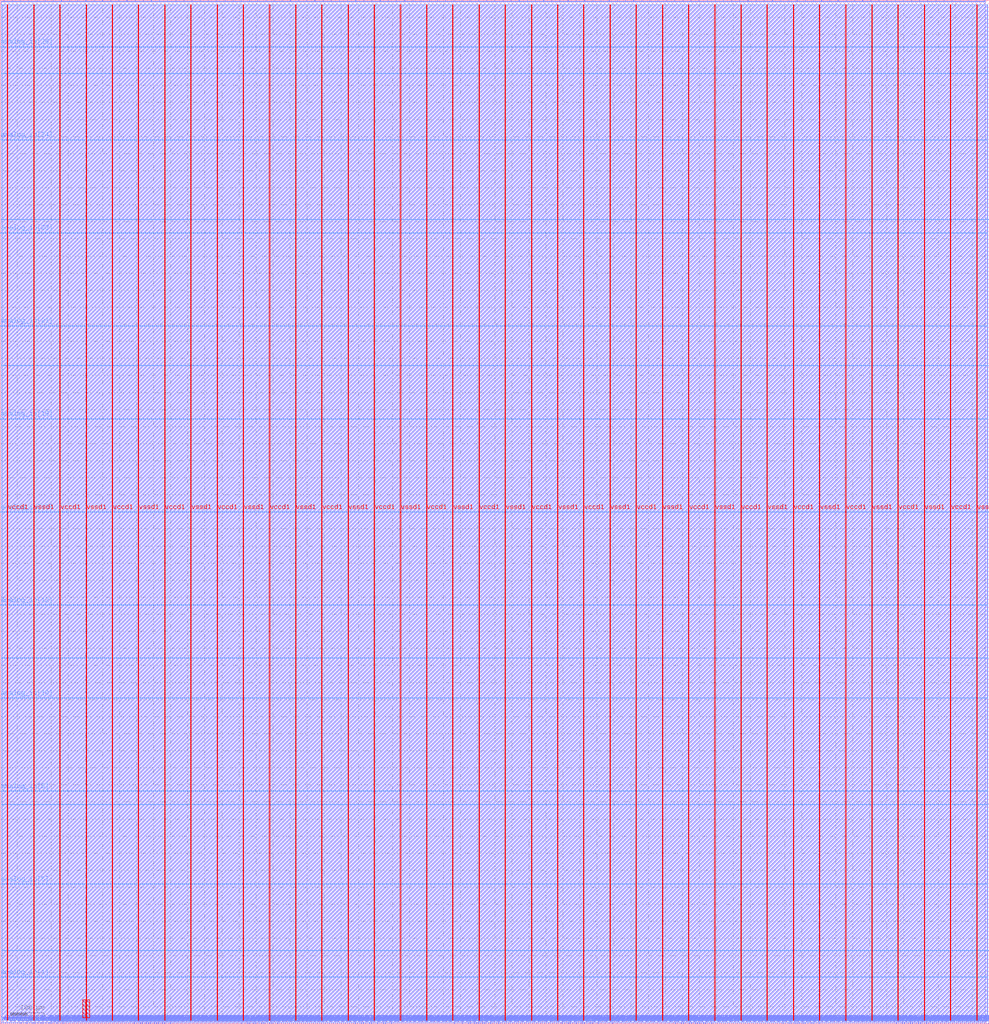
<source format=lef>
VERSION 5.7 ;
  NOWIREEXTENSIONATPIN ON ;
  DIVIDERCHAR "/" ;
  BUSBITCHARS "[]" ;
MACRO basic
  CLASS BLOCK ;
  FOREIGN basic ;
  ORIGIN 0.000 0.000 ;
  SIZE 2900.000 BY 3000.000 ;
  PIN analog_io[0]
    DIRECTION INOUT ;
    USE SIGNAL ;
    PORT
      LAYER met2 ;
        RECT 2861.750 0.000 2862.030 4.000 ;
    END
  END analog_io[0]
  PIN analog_io[10]
    DIRECTION INOUT ;
    USE SIGNAL ;
    PORT
      LAYER met3 ;
        RECT 0.000 954.080 4.000 954.680 ;
    END
  END analog_io[10]
  PIN analog_io[11]
    DIRECTION INOUT ;
    USE SIGNAL ;
    PORT
      LAYER met3 ;
        RECT 2896.000 1499.440 2900.000 1500.040 ;
    END
  END analog_io[11]
  PIN analog_io[12]
    DIRECTION INOUT ;
    USE SIGNAL ;
    PORT
      LAYER met3 ;
        RECT 0.000 1226.760 4.000 1227.360 ;
    END
  END analog_io[12]
  PIN analog_io[13]
    DIRECTION INOUT ;
    USE SIGNAL ;
    PORT
      LAYER met3 ;
        RECT 0.000 1499.440 4.000 1500.040 ;
    END
  END analog_io[13]
  PIN analog_io[14]
    DIRECTION INOUT ;
    USE SIGNAL ;
    PORT
      LAYER met2 ;
        RECT 2839.670 2996.000 2839.950 3000.000 ;
    END
  END analog_io[14]
  PIN analog_io[15]
    DIRECTION INOUT ;
    USE SIGNAL ;
    PORT
      LAYER met2 ;
        RECT 2879.230 0.000 2879.510 4.000 ;
    END
  END analog_io[15]
  PIN analog_io[16]
    DIRECTION INOUT ;
    USE SIGNAL ;
    PORT
      LAYER met2 ;
        RECT 2884.750 0.000 2885.030 4.000 ;
    END
  END analog_io[16]
  PIN analog_io[17]
    DIRECTION INOUT ;
    USE SIGNAL ;
    PORT
      LAYER met2 ;
        RECT 2890.730 0.000 2891.010 4.000 ;
    END
  END analog_io[17]
  PIN analog_io[18]
    DIRECTION INOUT ;
    USE SIGNAL ;
    PORT
      LAYER met3 ;
        RECT 0.000 1772.120 4.000 1772.720 ;
    END
  END analog_io[18]
  PIN analog_io[19]
    DIRECTION INOUT ;
    USE SIGNAL ;
    PORT
      LAYER met2 ;
        RECT 2863.590 2996.000 2863.870 3000.000 ;
    END
  END analog_io[19]
  PIN analog_io[1]
    DIRECTION INOUT ;
    USE SIGNAL ;
    PORT
      LAYER met3 ;
        RECT 0.000 136.040 4.000 136.640 ;
    END
  END analog_io[1]
  PIN analog_io[20]
    DIRECTION INOUT ;
    USE SIGNAL ;
    PORT
      LAYER met3 ;
        RECT 2896.000 1928.520 2900.000 1929.120 ;
    END
  END analog_io[20]
  PIN analog_io[21]
    DIRECTION INOUT ;
    USE SIGNAL ;
    PORT
      LAYER met3 ;
        RECT 0.000 2044.800 4.000 2045.400 ;
    END
  END analog_io[21]
  PIN analog_io[22]
    DIRECTION INOUT ;
    USE SIGNAL ;
    PORT
      LAYER met3 ;
        RECT 2896.000 2356.920 2900.000 2357.520 ;
    END
  END analog_io[22]
  PIN analog_io[23]
    DIRECTION INOUT ;
    USE SIGNAL ;
    PORT
      LAYER met3 ;
        RECT 0.000 2317.480 4.000 2318.080 ;
    END
  END analog_io[23]
  PIN analog_io[24]
    DIRECTION INOUT ;
    USE SIGNAL ;
    PORT
      LAYER met3 ;
        RECT 0.000 2590.160 4.000 2590.760 ;
    END
  END analog_io[24]
  PIN analog_io[25]
    DIRECTION INOUT ;
    USE SIGNAL ;
    PORT
      LAYER met3 ;
        RECT 2896.000 2785.320 2900.000 2785.920 ;
    END
  END analog_io[25]
  PIN analog_io[26]
    DIRECTION INOUT ;
    USE SIGNAL ;
    PORT
      LAYER met3 ;
        RECT 0.000 2862.840 4.000 2863.440 ;
    END
  END analog_io[26]
  PIN analog_io[27]
    DIRECTION INOUT ;
    USE SIGNAL ;
    PORT
      LAYER met2 ;
        RECT 2896.710 0.000 2896.990 4.000 ;
    END
  END analog_io[27]
  PIN analog_io[28]
    DIRECTION INOUT ;
    USE SIGNAL ;
    PORT
      LAYER met2 ;
        RECT 2887.510 2996.000 2887.790 3000.000 ;
    END
  END analog_io[28]
  PIN analog_io[2]
    DIRECTION INOUT ;
    USE SIGNAL ;
    PORT
      LAYER met3 ;
        RECT 2896.000 642.640 2900.000 643.240 ;
    END
  END analog_io[2]
  PIN analog_io[3]
    DIRECTION INOUT ;
    USE SIGNAL ;
    PORT
      LAYER met2 ;
        RECT 2867.270 0.000 2867.550 4.000 ;
    END
  END analog_io[3]
  PIN analog_io[4]
    DIRECTION INOUT ;
    USE SIGNAL ;
    PORT
      LAYER met2 ;
        RECT 2791.830 2996.000 2792.110 3000.000 ;
    END
  END analog_io[4]
  PIN analog_io[5]
    DIRECTION INOUT ;
    USE SIGNAL ;
    PORT
      LAYER met3 ;
        RECT 0.000 408.720 4.000 409.320 ;
    END
  END analog_io[5]
  PIN analog_io[6]
    DIRECTION INOUT ;
    USE SIGNAL ;
    PORT
      LAYER met2 ;
        RECT 2815.750 2996.000 2816.030 3000.000 ;
    END
  END analog_io[6]
  PIN analog_io[7]
    DIRECTION INOUT ;
    USE SIGNAL ;
    PORT
      LAYER met3 ;
        RECT 2896.000 1071.040 2900.000 1071.640 ;
    END
  END analog_io[7]
  PIN analog_io[8]
    DIRECTION INOUT ;
    USE SIGNAL ;
    PORT
      LAYER met3 ;
        RECT 0.000 681.400 4.000 682.000 ;
    END
  END analog_io[8]
  PIN analog_io[9]
    DIRECTION INOUT ;
    USE SIGNAL ;
    PORT
      LAYER met2 ;
        RECT 2873.250 0.000 2873.530 4.000 ;
    END
  END analog_io[9]
  PIN io_in[0]
    DIRECTION INPUT ;
    USE SIGNAL ;
    PORT
      LAYER met2 ;
        RECT 12.050 2996.000 12.330 3000.000 ;
    END
  END io_in[0]
  PIN io_in[10]
    DIRECTION INPUT ;
    USE SIGNAL ;
    PORT
      LAYER met2 ;
        RECT 730.570 2996.000 730.850 3000.000 ;
    END
  END io_in[10]
  PIN io_in[11]
    DIRECTION INPUT ;
    USE SIGNAL ;
    PORT
      LAYER met2 ;
        RECT 802.790 2996.000 803.070 3000.000 ;
    END
  END io_in[11]
  PIN io_in[12]
    DIRECTION INPUT ;
    USE SIGNAL ;
    PORT
      LAYER met2 ;
        RECT 874.550 2996.000 874.830 3000.000 ;
    END
  END io_in[12]
  PIN io_in[13]
    DIRECTION INPUT ;
    USE SIGNAL ;
    PORT
      LAYER met2 ;
        RECT 946.310 2996.000 946.590 3000.000 ;
    END
  END io_in[13]
  PIN io_in[14]
    DIRECTION INPUT ;
    USE SIGNAL ;
    PORT
      LAYER met2 ;
        RECT 1018.530 2996.000 1018.810 3000.000 ;
    END
  END io_in[14]
  PIN io_in[15]
    DIRECTION INPUT ;
    USE SIGNAL ;
    PORT
      LAYER met2 ;
        RECT 1090.290 2996.000 1090.570 3000.000 ;
    END
  END io_in[15]
  PIN io_in[16]
    DIRECTION INPUT ;
    USE SIGNAL ;
    PORT
      LAYER met2 ;
        RECT 1162.050 2996.000 1162.330 3000.000 ;
    END
  END io_in[16]
  PIN io_in[17]
    DIRECTION INPUT ;
    USE SIGNAL ;
    PORT
      LAYER met2 ;
        RECT 1234.270 2996.000 1234.550 3000.000 ;
    END
  END io_in[17]
  PIN io_in[18]
    DIRECTION INPUT ;
    USE SIGNAL ;
    PORT
      LAYER met2 ;
        RECT 1306.030 2996.000 1306.310 3000.000 ;
    END
  END io_in[18]
  PIN io_in[19]
    DIRECTION INPUT ;
    USE SIGNAL ;
    PORT
      LAYER met2 ;
        RECT 1377.790 2996.000 1378.070 3000.000 ;
    END
  END io_in[19]
  PIN io_in[1]
    DIRECTION INPUT ;
    USE SIGNAL ;
    PORT
      LAYER met2 ;
        RECT 83.810 2996.000 84.090 3000.000 ;
    END
  END io_in[1]
  PIN io_in[20]
    DIRECTION INPUT ;
    USE SIGNAL ;
    PORT
      LAYER met2 ;
        RECT 1449.550 2996.000 1449.830 3000.000 ;
    END
  END io_in[20]
  PIN io_in[21]
    DIRECTION INPUT ;
    USE SIGNAL ;
    PORT
      LAYER met2 ;
        RECT 1521.770 2996.000 1522.050 3000.000 ;
    END
  END io_in[21]
  PIN io_in[22]
    DIRECTION INPUT ;
    USE SIGNAL ;
    PORT
      LAYER met2 ;
        RECT 1593.530 2996.000 1593.810 3000.000 ;
    END
  END io_in[22]
  PIN io_in[23]
    DIRECTION INPUT ;
    USE SIGNAL ;
    PORT
      LAYER met2 ;
        RECT 1665.290 2996.000 1665.570 3000.000 ;
    END
  END io_in[23]
  PIN io_in[24]
    DIRECTION INPUT ;
    USE SIGNAL ;
    PORT
      LAYER met2 ;
        RECT 1737.510 2996.000 1737.790 3000.000 ;
    END
  END io_in[24]
  PIN io_in[25]
    DIRECTION INPUT ;
    USE SIGNAL ;
    PORT
      LAYER met2 ;
        RECT 1809.270 2996.000 1809.550 3000.000 ;
    END
  END io_in[25]
  PIN io_in[26]
    DIRECTION INPUT ;
    USE SIGNAL ;
    PORT
      LAYER met2 ;
        RECT 1881.030 2996.000 1881.310 3000.000 ;
    END
  END io_in[26]
  PIN io_in[27]
    DIRECTION INPUT ;
    USE SIGNAL ;
    PORT
      LAYER met2 ;
        RECT 1953.250 2996.000 1953.530 3000.000 ;
    END
  END io_in[27]
  PIN io_in[28]
    DIRECTION INPUT ;
    USE SIGNAL ;
    PORT
      LAYER met2 ;
        RECT 2025.010 2996.000 2025.290 3000.000 ;
    END
  END io_in[28]
  PIN io_in[29]
    DIRECTION INPUT ;
    USE SIGNAL ;
    PORT
      LAYER met2 ;
        RECT 2096.770 2996.000 2097.050 3000.000 ;
    END
  END io_in[29]
  PIN io_in[2]
    DIRECTION INPUT ;
    USE SIGNAL ;
    PORT
      LAYER met2 ;
        RECT 155.570 2996.000 155.850 3000.000 ;
    END
  END io_in[2]
  PIN io_in[30]
    DIRECTION INPUT ;
    USE SIGNAL ;
    PORT
      LAYER met2 ;
        RECT 2168.530 2996.000 2168.810 3000.000 ;
    END
  END io_in[30]
  PIN io_in[31]
    DIRECTION INPUT ;
    USE SIGNAL ;
    PORT
      LAYER met2 ;
        RECT 2240.750 2996.000 2241.030 3000.000 ;
    END
  END io_in[31]
  PIN io_in[32]
    DIRECTION INPUT ;
    USE SIGNAL ;
    PORT
      LAYER met2 ;
        RECT 2312.510 2996.000 2312.790 3000.000 ;
    END
  END io_in[32]
  PIN io_in[33]
    DIRECTION INPUT ;
    USE SIGNAL ;
    PORT
      LAYER met2 ;
        RECT 2384.270 2996.000 2384.550 3000.000 ;
    END
  END io_in[33]
  PIN io_in[34]
    DIRECTION INPUT ;
    USE SIGNAL ;
    PORT
      LAYER met2 ;
        RECT 2456.490 2996.000 2456.770 3000.000 ;
    END
  END io_in[34]
  PIN io_in[35]
    DIRECTION INPUT ;
    USE SIGNAL ;
    PORT
      LAYER met2 ;
        RECT 2528.250 2996.000 2528.530 3000.000 ;
    END
  END io_in[35]
  PIN io_in[36]
    DIRECTION INPUT ;
    USE SIGNAL ;
    PORT
      LAYER met2 ;
        RECT 2600.010 2996.000 2600.290 3000.000 ;
    END
  END io_in[36]
  PIN io_in[37]
    DIRECTION INPUT ;
    USE SIGNAL ;
    PORT
      LAYER met2 ;
        RECT 2672.230 2996.000 2672.510 3000.000 ;
    END
  END io_in[37]
  PIN io_in[3]
    DIRECTION INPUT ;
    USE SIGNAL ;
    PORT
      LAYER met2 ;
        RECT 227.330 2996.000 227.610 3000.000 ;
    END
  END io_in[3]
  PIN io_in[4]
    DIRECTION INPUT ;
    USE SIGNAL ;
    PORT
      LAYER met2 ;
        RECT 299.550 2996.000 299.830 3000.000 ;
    END
  END io_in[4]
  PIN io_in[5]
    DIRECTION INPUT ;
    USE SIGNAL ;
    PORT
      LAYER met2 ;
        RECT 371.310 2996.000 371.590 3000.000 ;
    END
  END io_in[5]
  PIN io_in[6]
    DIRECTION INPUT ;
    USE SIGNAL ;
    PORT
      LAYER met2 ;
        RECT 443.070 2996.000 443.350 3000.000 ;
    END
  END io_in[6]
  PIN io_in[7]
    DIRECTION INPUT ;
    USE SIGNAL ;
    PORT
      LAYER met2 ;
        RECT 515.290 2996.000 515.570 3000.000 ;
    END
  END io_in[7]
  PIN io_in[8]
    DIRECTION INPUT ;
    USE SIGNAL ;
    PORT
      LAYER met2 ;
        RECT 587.050 2996.000 587.330 3000.000 ;
    END
  END io_in[8]
  PIN io_in[9]
    DIRECTION INPUT ;
    USE SIGNAL ;
    PORT
      LAYER met2 ;
        RECT 658.810 2996.000 659.090 3000.000 ;
    END
  END io_in[9]
  PIN io_oeb[0]
    DIRECTION OUTPUT TRISTATE ;
    USE SIGNAL ;
    PORT
      LAYER met2 ;
        RECT 35.970 2996.000 36.250 3000.000 ;
    END
  END io_oeb[0]
  PIN io_oeb[10]
    DIRECTION OUTPUT TRISTATE ;
    USE SIGNAL ;
    PORT
      LAYER met2 ;
        RECT 754.950 2996.000 755.230 3000.000 ;
    END
  END io_oeb[10]
  PIN io_oeb[11]
    DIRECTION OUTPUT TRISTATE ;
    USE SIGNAL ;
    PORT
      LAYER met2 ;
        RECT 826.710 2996.000 826.990 3000.000 ;
    END
  END io_oeb[11]
  PIN io_oeb[12]
    DIRECTION OUTPUT TRISTATE ;
    USE SIGNAL ;
    PORT
      LAYER met2 ;
        RECT 898.470 2996.000 898.750 3000.000 ;
    END
  END io_oeb[12]
  PIN io_oeb[13]
    DIRECTION OUTPUT TRISTATE ;
    USE SIGNAL ;
    PORT
      LAYER met2 ;
        RECT 970.230 2996.000 970.510 3000.000 ;
    END
  END io_oeb[13]
  PIN io_oeb[14]
    DIRECTION OUTPUT TRISTATE ;
    USE SIGNAL ;
    PORT
      LAYER met2 ;
        RECT 1042.450 2996.000 1042.730 3000.000 ;
    END
  END io_oeb[14]
  PIN io_oeb[15]
    DIRECTION OUTPUT TRISTATE ;
    USE SIGNAL ;
    PORT
      LAYER met2 ;
        RECT 1114.210 2996.000 1114.490 3000.000 ;
    END
  END io_oeb[15]
  PIN io_oeb[16]
    DIRECTION OUTPUT TRISTATE ;
    USE SIGNAL ;
    PORT
      LAYER met2 ;
        RECT 1185.970 2996.000 1186.250 3000.000 ;
    END
  END io_oeb[16]
  PIN io_oeb[17]
    DIRECTION OUTPUT TRISTATE ;
    USE SIGNAL ;
    PORT
      LAYER met2 ;
        RECT 1258.190 2996.000 1258.470 3000.000 ;
    END
  END io_oeb[17]
  PIN io_oeb[18]
    DIRECTION OUTPUT TRISTATE ;
    USE SIGNAL ;
    PORT
      LAYER met2 ;
        RECT 1329.950 2996.000 1330.230 3000.000 ;
    END
  END io_oeb[18]
  PIN io_oeb[19]
    DIRECTION OUTPUT TRISTATE ;
    USE SIGNAL ;
    PORT
      LAYER met2 ;
        RECT 1401.710 2996.000 1401.990 3000.000 ;
    END
  END io_oeb[19]
  PIN io_oeb[1]
    DIRECTION OUTPUT TRISTATE ;
    USE SIGNAL ;
    PORT
      LAYER met2 ;
        RECT 107.730 2996.000 108.010 3000.000 ;
    END
  END io_oeb[1]
  PIN io_oeb[20]
    DIRECTION OUTPUT TRISTATE ;
    USE SIGNAL ;
    PORT
      LAYER met2 ;
        RECT 1473.930 2996.000 1474.210 3000.000 ;
    END
  END io_oeb[20]
  PIN io_oeb[21]
    DIRECTION OUTPUT TRISTATE ;
    USE SIGNAL ;
    PORT
      LAYER met2 ;
        RECT 1545.690 2996.000 1545.970 3000.000 ;
    END
  END io_oeb[21]
  PIN io_oeb[22]
    DIRECTION OUTPUT TRISTATE ;
    USE SIGNAL ;
    PORT
      LAYER met2 ;
        RECT 1617.450 2996.000 1617.730 3000.000 ;
    END
  END io_oeb[22]
  PIN io_oeb[23]
    DIRECTION OUTPUT TRISTATE ;
    USE SIGNAL ;
    PORT
      LAYER met2 ;
        RECT 1689.210 2996.000 1689.490 3000.000 ;
    END
  END io_oeb[23]
  PIN io_oeb[24]
    DIRECTION OUTPUT TRISTATE ;
    USE SIGNAL ;
    PORT
      LAYER met2 ;
        RECT 1761.430 2996.000 1761.710 3000.000 ;
    END
  END io_oeb[24]
  PIN io_oeb[25]
    DIRECTION OUTPUT TRISTATE ;
    USE SIGNAL ;
    PORT
      LAYER met2 ;
        RECT 1833.190 2996.000 1833.470 3000.000 ;
    END
  END io_oeb[25]
  PIN io_oeb[26]
    DIRECTION OUTPUT TRISTATE ;
    USE SIGNAL ;
    PORT
      LAYER met2 ;
        RECT 1904.950 2996.000 1905.230 3000.000 ;
    END
  END io_oeb[26]
  PIN io_oeb[27]
    DIRECTION OUTPUT TRISTATE ;
    USE SIGNAL ;
    PORT
      LAYER met2 ;
        RECT 1977.170 2996.000 1977.450 3000.000 ;
    END
  END io_oeb[27]
  PIN io_oeb[28]
    DIRECTION OUTPUT TRISTATE ;
    USE SIGNAL ;
    PORT
      LAYER met2 ;
        RECT 2048.930 2996.000 2049.210 3000.000 ;
    END
  END io_oeb[28]
  PIN io_oeb[29]
    DIRECTION OUTPUT TRISTATE ;
    USE SIGNAL ;
    PORT
      LAYER met2 ;
        RECT 2120.690 2996.000 2120.970 3000.000 ;
    END
  END io_oeb[29]
  PIN io_oeb[2]
    DIRECTION OUTPUT TRISTATE ;
    USE SIGNAL ;
    PORT
      LAYER met2 ;
        RECT 179.490 2996.000 179.770 3000.000 ;
    END
  END io_oeb[2]
  PIN io_oeb[30]
    DIRECTION OUTPUT TRISTATE ;
    USE SIGNAL ;
    PORT
      LAYER met2 ;
        RECT 2192.910 2996.000 2193.190 3000.000 ;
    END
  END io_oeb[30]
  PIN io_oeb[31]
    DIRECTION OUTPUT TRISTATE ;
    USE SIGNAL ;
    PORT
      LAYER met2 ;
        RECT 2264.670 2996.000 2264.950 3000.000 ;
    END
  END io_oeb[31]
  PIN io_oeb[32]
    DIRECTION OUTPUT TRISTATE ;
    USE SIGNAL ;
    PORT
      LAYER met2 ;
        RECT 2336.430 2996.000 2336.710 3000.000 ;
    END
  END io_oeb[32]
  PIN io_oeb[33]
    DIRECTION OUTPUT TRISTATE ;
    USE SIGNAL ;
    PORT
      LAYER met2 ;
        RECT 2408.190 2996.000 2408.470 3000.000 ;
    END
  END io_oeb[33]
  PIN io_oeb[34]
    DIRECTION OUTPUT TRISTATE ;
    USE SIGNAL ;
    PORT
      LAYER met2 ;
        RECT 2480.410 2996.000 2480.690 3000.000 ;
    END
  END io_oeb[34]
  PIN io_oeb[35]
    DIRECTION OUTPUT TRISTATE ;
    USE SIGNAL ;
    PORT
      LAYER met2 ;
        RECT 2552.170 2996.000 2552.450 3000.000 ;
    END
  END io_oeb[35]
  PIN io_oeb[36]
    DIRECTION OUTPUT TRISTATE ;
    USE SIGNAL ;
    PORT
      LAYER met2 ;
        RECT 2623.930 2996.000 2624.210 3000.000 ;
    END
  END io_oeb[36]
  PIN io_oeb[37]
    DIRECTION OUTPUT TRISTATE ;
    USE SIGNAL ;
    PORT
      LAYER met2 ;
        RECT 2696.150 2996.000 2696.430 3000.000 ;
    END
  END io_oeb[37]
  PIN io_oeb[3]
    DIRECTION OUTPUT TRISTATE ;
    USE SIGNAL ;
    PORT
      LAYER met2 ;
        RECT 251.250 2996.000 251.530 3000.000 ;
    END
  END io_oeb[3]
  PIN io_oeb[4]
    DIRECTION OUTPUT TRISTATE ;
    USE SIGNAL ;
    PORT
      LAYER met2 ;
        RECT 323.470 2996.000 323.750 3000.000 ;
    END
  END io_oeb[4]
  PIN io_oeb[5]
    DIRECTION OUTPUT TRISTATE ;
    USE SIGNAL ;
    PORT
      LAYER met2 ;
        RECT 395.230 2996.000 395.510 3000.000 ;
    END
  END io_oeb[5]
  PIN io_oeb[6]
    DIRECTION OUTPUT TRISTATE ;
    USE SIGNAL ;
    PORT
      LAYER met2 ;
        RECT 466.990 2996.000 467.270 3000.000 ;
    END
  END io_oeb[6]
  PIN io_oeb[7]
    DIRECTION OUTPUT TRISTATE ;
    USE SIGNAL ;
    PORT
      LAYER met2 ;
        RECT 539.210 2996.000 539.490 3000.000 ;
    END
  END io_oeb[7]
  PIN io_oeb[8]
    DIRECTION OUTPUT TRISTATE ;
    USE SIGNAL ;
    PORT
      LAYER met2 ;
        RECT 610.970 2996.000 611.250 3000.000 ;
    END
  END io_oeb[8]
  PIN io_oeb[9]
    DIRECTION OUTPUT TRISTATE ;
    USE SIGNAL ;
    PORT
      LAYER met2 ;
        RECT 682.730 2996.000 683.010 3000.000 ;
    END
  END io_oeb[9]
  PIN io_out[0]
    DIRECTION OUTPUT TRISTATE ;
    USE SIGNAL ;
    PORT
      LAYER met2 ;
        RECT 59.890 2996.000 60.170 3000.000 ;
    END
  END io_out[0]
  PIN io_out[10]
    DIRECTION OUTPUT TRISTATE ;
    USE SIGNAL ;
    PORT
      LAYER met2 ;
        RECT 778.870 2996.000 779.150 3000.000 ;
    END
  END io_out[10]
  PIN io_out[11]
    DIRECTION OUTPUT TRISTATE ;
    USE SIGNAL ;
    PORT
      LAYER met2 ;
        RECT 850.630 2996.000 850.910 3000.000 ;
    END
  END io_out[11]
  PIN io_out[12]
    DIRECTION OUTPUT TRISTATE ;
    USE SIGNAL ;
    PORT
      LAYER met2 ;
        RECT 922.390 2996.000 922.670 3000.000 ;
    END
  END io_out[12]
  PIN io_out[13]
    DIRECTION OUTPUT TRISTATE ;
    USE SIGNAL ;
    PORT
      LAYER met2 ;
        RECT 994.610 2996.000 994.890 3000.000 ;
    END
  END io_out[13]
  PIN io_out[14]
    DIRECTION OUTPUT TRISTATE ;
    USE SIGNAL ;
    PORT
      LAYER met2 ;
        RECT 1066.370 2996.000 1066.650 3000.000 ;
    END
  END io_out[14]
  PIN io_out[15]
    DIRECTION OUTPUT TRISTATE ;
    USE SIGNAL ;
    PORT
      LAYER met2 ;
        RECT 1138.130 2996.000 1138.410 3000.000 ;
    END
  END io_out[15]
  PIN io_out[16]
    DIRECTION OUTPUT TRISTATE ;
    USE SIGNAL ;
    PORT
      LAYER met2 ;
        RECT 1209.890 2996.000 1210.170 3000.000 ;
    END
  END io_out[16]
  PIN io_out[17]
    DIRECTION OUTPUT TRISTATE ;
    USE SIGNAL ;
    PORT
      LAYER met2 ;
        RECT 1282.110 2996.000 1282.390 3000.000 ;
    END
  END io_out[17]
  PIN io_out[18]
    DIRECTION OUTPUT TRISTATE ;
    USE SIGNAL ;
    PORT
      LAYER met2 ;
        RECT 1353.870 2996.000 1354.150 3000.000 ;
    END
  END io_out[18]
  PIN io_out[19]
    DIRECTION OUTPUT TRISTATE ;
    USE SIGNAL ;
    PORT
      LAYER met2 ;
        RECT 1425.630 2996.000 1425.910 3000.000 ;
    END
  END io_out[19]
  PIN io_out[1]
    DIRECTION OUTPUT TRISTATE ;
    USE SIGNAL ;
    PORT
      LAYER met2 ;
        RECT 131.650 2996.000 131.930 3000.000 ;
    END
  END io_out[1]
  PIN io_out[20]
    DIRECTION OUTPUT TRISTATE ;
    USE SIGNAL ;
    PORT
      LAYER met2 ;
        RECT 1497.850 2996.000 1498.130 3000.000 ;
    END
  END io_out[20]
  PIN io_out[21]
    DIRECTION OUTPUT TRISTATE ;
    USE SIGNAL ;
    PORT
      LAYER met2 ;
        RECT 1569.610 2996.000 1569.890 3000.000 ;
    END
  END io_out[21]
  PIN io_out[22]
    DIRECTION OUTPUT TRISTATE ;
    USE SIGNAL ;
    PORT
      LAYER met2 ;
        RECT 1641.370 2996.000 1641.650 3000.000 ;
    END
  END io_out[22]
  PIN io_out[23]
    DIRECTION OUTPUT TRISTATE ;
    USE SIGNAL ;
    PORT
      LAYER met2 ;
        RECT 1713.590 2996.000 1713.870 3000.000 ;
    END
  END io_out[23]
  PIN io_out[24]
    DIRECTION OUTPUT TRISTATE ;
    USE SIGNAL ;
    PORT
      LAYER met2 ;
        RECT 1785.350 2996.000 1785.630 3000.000 ;
    END
  END io_out[24]
  PIN io_out[25]
    DIRECTION OUTPUT TRISTATE ;
    USE SIGNAL ;
    PORT
      LAYER met2 ;
        RECT 1857.110 2996.000 1857.390 3000.000 ;
    END
  END io_out[25]
  PIN io_out[26]
    DIRECTION OUTPUT TRISTATE ;
    USE SIGNAL ;
    PORT
      LAYER met2 ;
        RECT 1928.870 2996.000 1929.150 3000.000 ;
    END
  END io_out[26]
  PIN io_out[27]
    DIRECTION OUTPUT TRISTATE ;
    USE SIGNAL ;
    PORT
      LAYER met2 ;
        RECT 2001.090 2996.000 2001.370 3000.000 ;
    END
  END io_out[27]
  PIN io_out[28]
    DIRECTION OUTPUT TRISTATE ;
    USE SIGNAL ;
    PORT
      LAYER met2 ;
        RECT 2072.850 2996.000 2073.130 3000.000 ;
    END
  END io_out[28]
  PIN io_out[29]
    DIRECTION OUTPUT TRISTATE ;
    USE SIGNAL ;
    PORT
      LAYER met2 ;
        RECT 2144.610 2996.000 2144.890 3000.000 ;
    END
  END io_out[29]
  PIN io_out[2]
    DIRECTION OUTPUT TRISTATE ;
    USE SIGNAL ;
    PORT
      LAYER met2 ;
        RECT 203.410 2996.000 203.690 3000.000 ;
    END
  END io_out[2]
  PIN io_out[30]
    DIRECTION OUTPUT TRISTATE ;
    USE SIGNAL ;
    PORT
      LAYER met2 ;
        RECT 2216.830 2996.000 2217.110 3000.000 ;
    END
  END io_out[30]
  PIN io_out[31]
    DIRECTION OUTPUT TRISTATE ;
    USE SIGNAL ;
    PORT
      LAYER met2 ;
        RECT 2288.590 2996.000 2288.870 3000.000 ;
    END
  END io_out[31]
  PIN io_out[32]
    DIRECTION OUTPUT TRISTATE ;
    USE SIGNAL ;
    PORT
      LAYER met2 ;
        RECT 2360.350 2996.000 2360.630 3000.000 ;
    END
  END io_out[32]
  PIN io_out[33]
    DIRECTION OUTPUT TRISTATE ;
    USE SIGNAL ;
    PORT
      LAYER met2 ;
        RECT 2432.570 2996.000 2432.850 3000.000 ;
    END
  END io_out[33]
  PIN io_out[34]
    DIRECTION OUTPUT TRISTATE ;
    USE SIGNAL ;
    PORT
      LAYER met2 ;
        RECT 2504.330 2996.000 2504.610 3000.000 ;
    END
  END io_out[34]
  PIN io_out[35]
    DIRECTION OUTPUT TRISTATE ;
    USE SIGNAL ;
    PORT
      LAYER met2 ;
        RECT 2576.090 2996.000 2576.370 3000.000 ;
    END
  END io_out[35]
  PIN io_out[36]
    DIRECTION OUTPUT TRISTATE ;
    USE SIGNAL ;
    PORT
      LAYER met2 ;
        RECT 2647.850 2996.000 2648.130 3000.000 ;
    END
  END io_out[36]
  PIN io_out[37]
    DIRECTION OUTPUT TRISTATE ;
    USE SIGNAL ;
    PORT
      LAYER met2 ;
        RECT 2720.070 2996.000 2720.350 3000.000 ;
    END
  END io_out[37]
  PIN io_out[3]
    DIRECTION OUTPUT TRISTATE ;
    USE SIGNAL ;
    PORT
      LAYER met2 ;
        RECT 275.630 2996.000 275.910 3000.000 ;
    END
  END io_out[3]
  PIN io_out[4]
    DIRECTION OUTPUT TRISTATE ;
    USE SIGNAL ;
    PORT
      LAYER met2 ;
        RECT 347.390 2996.000 347.670 3000.000 ;
    END
  END io_out[4]
  PIN io_out[5]
    DIRECTION OUTPUT TRISTATE ;
    USE SIGNAL ;
    PORT
      LAYER met2 ;
        RECT 419.150 2996.000 419.430 3000.000 ;
    END
  END io_out[5]
  PIN io_out[6]
    DIRECTION OUTPUT TRISTATE ;
    USE SIGNAL ;
    PORT
      LAYER met2 ;
        RECT 490.910 2996.000 491.190 3000.000 ;
    END
  END io_out[6]
  PIN io_out[7]
    DIRECTION OUTPUT TRISTATE ;
    USE SIGNAL ;
    PORT
      LAYER met2 ;
        RECT 563.130 2996.000 563.410 3000.000 ;
    END
  END io_out[7]
  PIN io_out[8]
    DIRECTION OUTPUT TRISTATE ;
    USE SIGNAL ;
    PORT
      LAYER met2 ;
        RECT 634.890 2996.000 635.170 3000.000 ;
    END
  END io_out[8]
  PIN io_out[9]
    DIRECTION OUTPUT TRISTATE ;
    USE SIGNAL ;
    PORT
      LAYER met2 ;
        RECT 706.650 2996.000 706.930 3000.000 ;
    END
  END io_out[9]
  PIN la_data_in[0]
    DIRECTION INPUT ;
    USE SIGNAL ;
    PORT
      LAYER met2 ;
        RECT 621.090 0.000 621.370 4.000 ;
    END
  END la_data_in[0]
  PIN la_data_in[100]
    DIRECTION INPUT ;
    USE SIGNAL ;
    PORT
      LAYER met2 ;
        RECT 2371.390 0.000 2371.670 4.000 ;
    END
  END la_data_in[100]
  PIN la_data_in[101]
    DIRECTION INPUT ;
    USE SIGNAL ;
    PORT
      LAYER met2 ;
        RECT 2388.870 0.000 2389.150 4.000 ;
    END
  END la_data_in[101]
  PIN la_data_in[102]
    DIRECTION INPUT ;
    USE SIGNAL ;
    PORT
      LAYER met2 ;
        RECT 2406.350 0.000 2406.630 4.000 ;
    END
  END la_data_in[102]
  PIN la_data_in[103]
    DIRECTION INPUT ;
    USE SIGNAL ;
    PORT
      LAYER met2 ;
        RECT 2423.830 0.000 2424.110 4.000 ;
    END
  END la_data_in[103]
  PIN la_data_in[104]
    DIRECTION INPUT ;
    USE SIGNAL ;
    PORT
      LAYER met2 ;
        RECT 2441.310 0.000 2441.590 4.000 ;
    END
  END la_data_in[104]
  PIN la_data_in[105]
    DIRECTION INPUT ;
    USE SIGNAL ;
    PORT
      LAYER met2 ;
        RECT 2459.250 0.000 2459.530 4.000 ;
    END
  END la_data_in[105]
  PIN la_data_in[106]
    DIRECTION INPUT ;
    USE SIGNAL ;
    PORT
      LAYER met2 ;
        RECT 2476.730 0.000 2477.010 4.000 ;
    END
  END la_data_in[106]
  PIN la_data_in[107]
    DIRECTION INPUT ;
    USE SIGNAL ;
    PORT
      LAYER met2 ;
        RECT 2494.210 0.000 2494.490 4.000 ;
    END
  END la_data_in[107]
  PIN la_data_in[108]
    DIRECTION INPUT ;
    USE SIGNAL ;
    PORT
      LAYER met2 ;
        RECT 2511.690 0.000 2511.970 4.000 ;
    END
  END la_data_in[108]
  PIN la_data_in[109]
    DIRECTION INPUT ;
    USE SIGNAL ;
    PORT
      LAYER met2 ;
        RECT 2529.170 0.000 2529.450 4.000 ;
    END
  END la_data_in[109]
  PIN la_data_in[10]
    DIRECTION INPUT ;
    USE SIGNAL ;
    PORT
      LAYER met2 ;
        RECT 796.350 0.000 796.630 4.000 ;
    END
  END la_data_in[10]
  PIN la_data_in[110]
    DIRECTION INPUT ;
    USE SIGNAL ;
    PORT
      LAYER met2 ;
        RECT 2546.650 0.000 2546.930 4.000 ;
    END
  END la_data_in[110]
  PIN la_data_in[111]
    DIRECTION INPUT ;
    USE SIGNAL ;
    PORT
      LAYER met2 ;
        RECT 2564.130 0.000 2564.410 4.000 ;
    END
  END la_data_in[111]
  PIN la_data_in[112]
    DIRECTION INPUT ;
    USE SIGNAL ;
    PORT
      LAYER met2 ;
        RECT 2581.610 0.000 2581.890 4.000 ;
    END
  END la_data_in[112]
  PIN la_data_in[113]
    DIRECTION INPUT ;
    USE SIGNAL ;
    PORT
      LAYER met2 ;
        RECT 2599.090 0.000 2599.370 4.000 ;
    END
  END la_data_in[113]
  PIN la_data_in[114]
    DIRECTION INPUT ;
    USE SIGNAL ;
    PORT
      LAYER met2 ;
        RECT 2616.570 0.000 2616.850 4.000 ;
    END
  END la_data_in[114]
  PIN la_data_in[115]
    DIRECTION INPUT ;
    USE SIGNAL ;
    PORT
      LAYER met2 ;
        RECT 2634.050 0.000 2634.330 4.000 ;
    END
  END la_data_in[115]
  PIN la_data_in[116]
    DIRECTION INPUT ;
    USE SIGNAL ;
    PORT
      LAYER met2 ;
        RECT 2651.530 0.000 2651.810 4.000 ;
    END
  END la_data_in[116]
  PIN la_data_in[117]
    DIRECTION INPUT ;
    USE SIGNAL ;
    PORT
      LAYER met2 ;
        RECT 2669.010 0.000 2669.290 4.000 ;
    END
  END la_data_in[117]
  PIN la_data_in[118]
    DIRECTION INPUT ;
    USE SIGNAL ;
    PORT
      LAYER met2 ;
        RECT 2686.490 0.000 2686.770 4.000 ;
    END
  END la_data_in[118]
  PIN la_data_in[119]
    DIRECTION INPUT ;
    USE SIGNAL ;
    PORT
      LAYER met2 ;
        RECT 2703.970 0.000 2704.250 4.000 ;
    END
  END la_data_in[119]
  PIN la_data_in[11]
    DIRECTION INPUT ;
    USE SIGNAL ;
    PORT
      LAYER met2 ;
        RECT 813.830 0.000 814.110 4.000 ;
    END
  END la_data_in[11]
  PIN la_data_in[120]
    DIRECTION INPUT ;
    USE SIGNAL ;
    PORT
      LAYER met2 ;
        RECT 2721.450 0.000 2721.730 4.000 ;
    END
  END la_data_in[120]
  PIN la_data_in[121]
    DIRECTION INPUT ;
    USE SIGNAL ;
    PORT
      LAYER met2 ;
        RECT 2738.930 0.000 2739.210 4.000 ;
    END
  END la_data_in[121]
  PIN la_data_in[122]
    DIRECTION INPUT ;
    USE SIGNAL ;
    PORT
      LAYER met2 ;
        RECT 2756.410 0.000 2756.690 4.000 ;
    END
  END la_data_in[122]
  PIN la_data_in[123]
    DIRECTION INPUT ;
    USE SIGNAL ;
    PORT
      LAYER met2 ;
        RECT 2773.890 0.000 2774.170 4.000 ;
    END
  END la_data_in[123]
  PIN la_data_in[124]
    DIRECTION INPUT ;
    USE SIGNAL ;
    PORT
      LAYER met2 ;
        RECT 2791.830 0.000 2792.110 4.000 ;
    END
  END la_data_in[124]
  PIN la_data_in[125]
    DIRECTION INPUT ;
    USE SIGNAL ;
    PORT
      LAYER met2 ;
        RECT 2809.310 0.000 2809.590 4.000 ;
    END
  END la_data_in[125]
  PIN la_data_in[126]
    DIRECTION INPUT ;
    USE SIGNAL ;
    PORT
      LAYER met2 ;
        RECT 2826.790 0.000 2827.070 4.000 ;
    END
  END la_data_in[126]
  PIN la_data_in[127]
    DIRECTION INPUT ;
    USE SIGNAL ;
    PORT
      LAYER met2 ;
        RECT 2844.270 0.000 2844.550 4.000 ;
    END
  END la_data_in[127]
  PIN la_data_in[12]
    DIRECTION INPUT ;
    USE SIGNAL ;
    PORT
      LAYER met2 ;
        RECT 831.310 0.000 831.590 4.000 ;
    END
  END la_data_in[12]
  PIN la_data_in[13]
    DIRECTION INPUT ;
    USE SIGNAL ;
    PORT
      LAYER met2 ;
        RECT 848.790 0.000 849.070 4.000 ;
    END
  END la_data_in[13]
  PIN la_data_in[14]
    DIRECTION INPUT ;
    USE SIGNAL ;
    PORT
      LAYER met2 ;
        RECT 866.270 0.000 866.550 4.000 ;
    END
  END la_data_in[14]
  PIN la_data_in[15]
    DIRECTION INPUT ;
    USE SIGNAL ;
    PORT
      LAYER met2 ;
        RECT 883.750 0.000 884.030 4.000 ;
    END
  END la_data_in[15]
  PIN la_data_in[16]
    DIRECTION INPUT ;
    USE SIGNAL ;
    PORT
      LAYER met2 ;
        RECT 901.230 0.000 901.510 4.000 ;
    END
  END la_data_in[16]
  PIN la_data_in[17]
    DIRECTION INPUT ;
    USE SIGNAL ;
    PORT
      LAYER met2 ;
        RECT 918.710 0.000 918.990 4.000 ;
    END
  END la_data_in[17]
  PIN la_data_in[18]
    DIRECTION INPUT ;
    USE SIGNAL ;
    PORT
      LAYER met2 ;
        RECT 936.190 0.000 936.470 4.000 ;
    END
  END la_data_in[18]
  PIN la_data_in[19]
    DIRECTION INPUT ;
    USE SIGNAL ;
    PORT
      LAYER met2 ;
        RECT 953.670 0.000 953.950 4.000 ;
    END
  END la_data_in[19]
  PIN la_data_in[1]
    DIRECTION INPUT ;
    USE SIGNAL ;
    PORT
      LAYER met2 ;
        RECT 638.570 0.000 638.850 4.000 ;
    END
  END la_data_in[1]
  PIN la_data_in[20]
    DIRECTION INPUT ;
    USE SIGNAL ;
    PORT
      LAYER met2 ;
        RECT 971.150 0.000 971.430 4.000 ;
    END
  END la_data_in[20]
  PIN la_data_in[21]
    DIRECTION INPUT ;
    USE SIGNAL ;
    PORT
      LAYER met2 ;
        RECT 988.630 0.000 988.910 4.000 ;
    END
  END la_data_in[21]
  PIN la_data_in[22]
    DIRECTION INPUT ;
    USE SIGNAL ;
    PORT
      LAYER met2 ;
        RECT 1006.110 0.000 1006.390 4.000 ;
    END
  END la_data_in[22]
  PIN la_data_in[23]
    DIRECTION INPUT ;
    USE SIGNAL ;
    PORT
      LAYER met2 ;
        RECT 1023.590 0.000 1023.870 4.000 ;
    END
  END la_data_in[23]
  PIN la_data_in[24]
    DIRECTION INPUT ;
    USE SIGNAL ;
    PORT
      LAYER met2 ;
        RECT 1041.070 0.000 1041.350 4.000 ;
    END
  END la_data_in[24]
  PIN la_data_in[25]
    DIRECTION INPUT ;
    USE SIGNAL ;
    PORT
      LAYER met2 ;
        RECT 1058.550 0.000 1058.830 4.000 ;
    END
  END la_data_in[25]
  PIN la_data_in[26]
    DIRECTION INPUT ;
    USE SIGNAL ;
    PORT
      LAYER met2 ;
        RECT 1076.030 0.000 1076.310 4.000 ;
    END
  END la_data_in[26]
  PIN la_data_in[27]
    DIRECTION INPUT ;
    USE SIGNAL ;
    PORT
      LAYER met2 ;
        RECT 1093.510 0.000 1093.790 4.000 ;
    END
  END la_data_in[27]
  PIN la_data_in[28]
    DIRECTION INPUT ;
    USE SIGNAL ;
    PORT
      LAYER met2 ;
        RECT 1110.990 0.000 1111.270 4.000 ;
    END
  END la_data_in[28]
  PIN la_data_in[29]
    DIRECTION INPUT ;
    USE SIGNAL ;
    PORT
      LAYER met2 ;
        RECT 1128.930 0.000 1129.210 4.000 ;
    END
  END la_data_in[29]
  PIN la_data_in[2]
    DIRECTION INPUT ;
    USE SIGNAL ;
    PORT
      LAYER met2 ;
        RECT 656.050 0.000 656.330 4.000 ;
    END
  END la_data_in[2]
  PIN la_data_in[30]
    DIRECTION INPUT ;
    USE SIGNAL ;
    PORT
      LAYER met2 ;
        RECT 1146.410 0.000 1146.690 4.000 ;
    END
  END la_data_in[30]
  PIN la_data_in[31]
    DIRECTION INPUT ;
    USE SIGNAL ;
    PORT
      LAYER met2 ;
        RECT 1163.890 0.000 1164.170 4.000 ;
    END
  END la_data_in[31]
  PIN la_data_in[32]
    DIRECTION INPUT ;
    USE SIGNAL ;
    PORT
      LAYER met2 ;
        RECT 1181.370 0.000 1181.650 4.000 ;
    END
  END la_data_in[32]
  PIN la_data_in[33]
    DIRECTION INPUT ;
    USE SIGNAL ;
    PORT
      LAYER met2 ;
        RECT 1198.850 0.000 1199.130 4.000 ;
    END
  END la_data_in[33]
  PIN la_data_in[34]
    DIRECTION INPUT ;
    USE SIGNAL ;
    PORT
      LAYER met2 ;
        RECT 1216.330 0.000 1216.610 4.000 ;
    END
  END la_data_in[34]
  PIN la_data_in[35]
    DIRECTION INPUT ;
    USE SIGNAL ;
    PORT
      LAYER met2 ;
        RECT 1233.810 0.000 1234.090 4.000 ;
    END
  END la_data_in[35]
  PIN la_data_in[36]
    DIRECTION INPUT ;
    USE SIGNAL ;
    PORT
      LAYER met2 ;
        RECT 1251.290 0.000 1251.570 4.000 ;
    END
  END la_data_in[36]
  PIN la_data_in[37]
    DIRECTION INPUT ;
    USE SIGNAL ;
    PORT
      LAYER met2 ;
        RECT 1268.770 0.000 1269.050 4.000 ;
    END
  END la_data_in[37]
  PIN la_data_in[38]
    DIRECTION INPUT ;
    USE SIGNAL ;
    PORT
      LAYER met2 ;
        RECT 1286.250 0.000 1286.530 4.000 ;
    END
  END la_data_in[38]
  PIN la_data_in[39]
    DIRECTION INPUT ;
    USE SIGNAL ;
    PORT
      LAYER met2 ;
        RECT 1303.730 0.000 1304.010 4.000 ;
    END
  END la_data_in[39]
  PIN la_data_in[3]
    DIRECTION INPUT ;
    USE SIGNAL ;
    PORT
      LAYER met2 ;
        RECT 673.530 0.000 673.810 4.000 ;
    END
  END la_data_in[3]
  PIN la_data_in[40]
    DIRECTION INPUT ;
    USE SIGNAL ;
    PORT
      LAYER met2 ;
        RECT 1321.210 0.000 1321.490 4.000 ;
    END
  END la_data_in[40]
  PIN la_data_in[41]
    DIRECTION INPUT ;
    USE SIGNAL ;
    PORT
      LAYER met2 ;
        RECT 1338.690 0.000 1338.970 4.000 ;
    END
  END la_data_in[41]
  PIN la_data_in[42]
    DIRECTION INPUT ;
    USE SIGNAL ;
    PORT
      LAYER met2 ;
        RECT 1356.170 0.000 1356.450 4.000 ;
    END
  END la_data_in[42]
  PIN la_data_in[43]
    DIRECTION INPUT ;
    USE SIGNAL ;
    PORT
      LAYER met2 ;
        RECT 1373.650 0.000 1373.930 4.000 ;
    END
  END la_data_in[43]
  PIN la_data_in[44]
    DIRECTION INPUT ;
    USE SIGNAL ;
    PORT
      LAYER met2 ;
        RECT 1391.130 0.000 1391.410 4.000 ;
    END
  END la_data_in[44]
  PIN la_data_in[45]
    DIRECTION INPUT ;
    USE SIGNAL ;
    PORT
      LAYER met2 ;
        RECT 1408.610 0.000 1408.890 4.000 ;
    END
  END la_data_in[45]
  PIN la_data_in[46]
    DIRECTION INPUT ;
    USE SIGNAL ;
    PORT
      LAYER met2 ;
        RECT 1426.090 0.000 1426.370 4.000 ;
    END
  END la_data_in[46]
  PIN la_data_in[47]
    DIRECTION INPUT ;
    USE SIGNAL ;
    PORT
      LAYER met2 ;
        RECT 1443.570 0.000 1443.850 4.000 ;
    END
  END la_data_in[47]
  PIN la_data_in[48]
    DIRECTION INPUT ;
    USE SIGNAL ;
    PORT
      LAYER met2 ;
        RECT 1461.510 0.000 1461.790 4.000 ;
    END
  END la_data_in[48]
  PIN la_data_in[49]
    DIRECTION INPUT ;
    USE SIGNAL ;
    PORT
      LAYER met2 ;
        RECT 1478.990 0.000 1479.270 4.000 ;
    END
  END la_data_in[49]
  PIN la_data_in[4]
    DIRECTION INPUT ;
    USE SIGNAL ;
    PORT
      LAYER met2 ;
        RECT 691.010 0.000 691.290 4.000 ;
    END
  END la_data_in[4]
  PIN la_data_in[50]
    DIRECTION INPUT ;
    USE SIGNAL ;
    PORT
      LAYER met2 ;
        RECT 1496.470 0.000 1496.750 4.000 ;
    END
  END la_data_in[50]
  PIN la_data_in[51]
    DIRECTION INPUT ;
    USE SIGNAL ;
    PORT
      LAYER met2 ;
        RECT 1513.950 0.000 1514.230 4.000 ;
    END
  END la_data_in[51]
  PIN la_data_in[52]
    DIRECTION INPUT ;
    USE SIGNAL ;
    PORT
      LAYER met2 ;
        RECT 1531.430 0.000 1531.710 4.000 ;
    END
  END la_data_in[52]
  PIN la_data_in[53]
    DIRECTION INPUT ;
    USE SIGNAL ;
    PORT
      LAYER met2 ;
        RECT 1548.910 0.000 1549.190 4.000 ;
    END
  END la_data_in[53]
  PIN la_data_in[54]
    DIRECTION INPUT ;
    USE SIGNAL ;
    PORT
      LAYER met2 ;
        RECT 1566.390 0.000 1566.670 4.000 ;
    END
  END la_data_in[54]
  PIN la_data_in[55]
    DIRECTION INPUT ;
    USE SIGNAL ;
    PORT
      LAYER met2 ;
        RECT 1583.870 0.000 1584.150 4.000 ;
    END
  END la_data_in[55]
  PIN la_data_in[56]
    DIRECTION INPUT ;
    USE SIGNAL ;
    PORT
      LAYER met2 ;
        RECT 1601.350 0.000 1601.630 4.000 ;
    END
  END la_data_in[56]
  PIN la_data_in[57]
    DIRECTION INPUT ;
    USE SIGNAL ;
    PORT
      LAYER met2 ;
        RECT 1618.830 0.000 1619.110 4.000 ;
    END
  END la_data_in[57]
  PIN la_data_in[58]
    DIRECTION INPUT ;
    USE SIGNAL ;
    PORT
      LAYER met2 ;
        RECT 1636.310 0.000 1636.590 4.000 ;
    END
  END la_data_in[58]
  PIN la_data_in[59]
    DIRECTION INPUT ;
    USE SIGNAL ;
    PORT
      LAYER met2 ;
        RECT 1653.790 0.000 1654.070 4.000 ;
    END
  END la_data_in[59]
  PIN la_data_in[5]
    DIRECTION INPUT ;
    USE SIGNAL ;
    PORT
      LAYER met2 ;
        RECT 708.490 0.000 708.770 4.000 ;
    END
  END la_data_in[5]
  PIN la_data_in[60]
    DIRECTION INPUT ;
    USE SIGNAL ;
    PORT
      LAYER met2 ;
        RECT 1671.270 0.000 1671.550 4.000 ;
    END
  END la_data_in[60]
  PIN la_data_in[61]
    DIRECTION INPUT ;
    USE SIGNAL ;
    PORT
      LAYER met2 ;
        RECT 1688.750 0.000 1689.030 4.000 ;
    END
  END la_data_in[61]
  PIN la_data_in[62]
    DIRECTION INPUT ;
    USE SIGNAL ;
    PORT
      LAYER met2 ;
        RECT 1706.230 0.000 1706.510 4.000 ;
    END
  END la_data_in[62]
  PIN la_data_in[63]
    DIRECTION INPUT ;
    USE SIGNAL ;
    PORT
      LAYER met2 ;
        RECT 1723.710 0.000 1723.990 4.000 ;
    END
  END la_data_in[63]
  PIN la_data_in[64]
    DIRECTION INPUT ;
    USE SIGNAL ;
    PORT
      LAYER met2 ;
        RECT 1741.190 0.000 1741.470 4.000 ;
    END
  END la_data_in[64]
  PIN la_data_in[65]
    DIRECTION INPUT ;
    USE SIGNAL ;
    PORT
      LAYER met2 ;
        RECT 1758.670 0.000 1758.950 4.000 ;
    END
  END la_data_in[65]
  PIN la_data_in[66]
    DIRECTION INPUT ;
    USE SIGNAL ;
    PORT
      LAYER met2 ;
        RECT 1776.150 0.000 1776.430 4.000 ;
    END
  END la_data_in[66]
  PIN la_data_in[67]
    DIRECTION INPUT ;
    USE SIGNAL ;
    PORT
      LAYER met2 ;
        RECT 1794.090 0.000 1794.370 4.000 ;
    END
  END la_data_in[67]
  PIN la_data_in[68]
    DIRECTION INPUT ;
    USE SIGNAL ;
    PORT
      LAYER met2 ;
        RECT 1811.570 0.000 1811.850 4.000 ;
    END
  END la_data_in[68]
  PIN la_data_in[69]
    DIRECTION INPUT ;
    USE SIGNAL ;
    PORT
      LAYER met2 ;
        RECT 1829.050 0.000 1829.330 4.000 ;
    END
  END la_data_in[69]
  PIN la_data_in[6]
    DIRECTION INPUT ;
    USE SIGNAL ;
    PORT
      LAYER met2 ;
        RECT 725.970 0.000 726.250 4.000 ;
    END
  END la_data_in[6]
  PIN la_data_in[70]
    DIRECTION INPUT ;
    USE SIGNAL ;
    PORT
      LAYER met2 ;
        RECT 1846.530 0.000 1846.810 4.000 ;
    END
  END la_data_in[70]
  PIN la_data_in[71]
    DIRECTION INPUT ;
    USE SIGNAL ;
    PORT
      LAYER met2 ;
        RECT 1864.010 0.000 1864.290 4.000 ;
    END
  END la_data_in[71]
  PIN la_data_in[72]
    DIRECTION INPUT ;
    USE SIGNAL ;
    PORT
      LAYER met2 ;
        RECT 1881.490 0.000 1881.770 4.000 ;
    END
  END la_data_in[72]
  PIN la_data_in[73]
    DIRECTION INPUT ;
    USE SIGNAL ;
    PORT
      LAYER met2 ;
        RECT 1898.970 0.000 1899.250 4.000 ;
    END
  END la_data_in[73]
  PIN la_data_in[74]
    DIRECTION INPUT ;
    USE SIGNAL ;
    PORT
      LAYER met2 ;
        RECT 1916.450 0.000 1916.730 4.000 ;
    END
  END la_data_in[74]
  PIN la_data_in[75]
    DIRECTION INPUT ;
    USE SIGNAL ;
    PORT
      LAYER met2 ;
        RECT 1933.930 0.000 1934.210 4.000 ;
    END
  END la_data_in[75]
  PIN la_data_in[76]
    DIRECTION INPUT ;
    USE SIGNAL ;
    PORT
      LAYER met2 ;
        RECT 1951.410 0.000 1951.690 4.000 ;
    END
  END la_data_in[76]
  PIN la_data_in[77]
    DIRECTION INPUT ;
    USE SIGNAL ;
    PORT
      LAYER met2 ;
        RECT 1968.890 0.000 1969.170 4.000 ;
    END
  END la_data_in[77]
  PIN la_data_in[78]
    DIRECTION INPUT ;
    USE SIGNAL ;
    PORT
      LAYER met2 ;
        RECT 1986.370 0.000 1986.650 4.000 ;
    END
  END la_data_in[78]
  PIN la_data_in[79]
    DIRECTION INPUT ;
    USE SIGNAL ;
    PORT
      LAYER met2 ;
        RECT 2003.850 0.000 2004.130 4.000 ;
    END
  END la_data_in[79]
  PIN la_data_in[7]
    DIRECTION INPUT ;
    USE SIGNAL ;
    PORT
      LAYER met2 ;
        RECT 743.450 0.000 743.730 4.000 ;
    END
  END la_data_in[7]
  PIN la_data_in[80]
    DIRECTION INPUT ;
    USE SIGNAL ;
    PORT
      LAYER met2 ;
        RECT 2021.330 0.000 2021.610 4.000 ;
    END
  END la_data_in[80]
  PIN la_data_in[81]
    DIRECTION INPUT ;
    USE SIGNAL ;
    PORT
      LAYER met2 ;
        RECT 2038.810 0.000 2039.090 4.000 ;
    END
  END la_data_in[81]
  PIN la_data_in[82]
    DIRECTION INPUT ;
    USE SIGNAL ;
    PORT
      LAYER met2 ;
        RECT 2056.290 0.000 2056.570 4.000 ;
    END
  END la_data_in[82]
  PIN la_data_in[83]
    DIRECTION INPUT ;
    USE SIGNAL ;
    PORT
      LAYER met2 ;
        RECT 2073.770 0.000 2074.050 4.000 ;
    END
  END la_data_in[83]
  PIN la_data_in[84]
    DIRECTION INPUT ;
    USE SIGNAL ;
    PORT
      LAYER met2 ;
        RECT 2091.250 0.000 2091.530 4.000 ;
    END
  END la_data_in[84]
  PIN la_data_in[85]
    DIRECTION INPUT ;
    USE SIGNAL ;
    PORT
      LAYER met2 ;
        RECT 2108.730 0.000 2109.010 4.000 ;
    END
  END la_data_in[85]
  PIN la_data_in[86]
    DIRECTION INPUT ;
    USE SIGNAL ;
    PORT
      LAYER met2 ;
        RECT 2126.670 0.000 2126.950 4.000 ;
    END
  END la_data_in[86]
  PIN la_data_in[87]
    DIRECTION INPUT ;
    USE SIGNAL ;
    PORT
      LAYER met2 ;
        RECT 2144.150 0.000 2144.430 4.000 ;
    END
  END la_data_in[87]
  PIN la_data_in[88]
    DIRECTION INPUT ;
    USE SIGNAL ;
    PORT
      LAYER met2 ;
        RECT 2161.630 0.000 2161.910 4.000 ;
    END
  END la_data_in[88]
  PIN la_data_in[89]
    DIRECTION INPUT ;
    USE SIGNAL ;
    PORT
      LAYER met2 ;
        RECT 2179.110 0.000 2179.390 4.000 ;
    END
  END la_data_in[89]
  PIN la_data_in[8]
    DIRECTION INPUT ;
    USE SIGNAL ;
    PORT
      LAYER met2 ;
        RECT 760.930 0.000 761.210 4.000 ;
    END
  END la_data_in[8]
  PIN la_data_in[90]
    DIRECTION INPUT ;
    USE SIGNAL ;
    PORT
      LAYER met2 ;
        RECT 2196.590 0.000 2196.870 4.000 ;
    END
  END la_data_in[90]
  PIN la_data_in[91]
    DIRECTION INPUT ;
    USE SIGNAL ;
    PORT
      LAYER met2 ;
        RECT 2214.070 0.000 2214.350 4.000 ;
    END
  END la_data_in[91]
  PIN la_data_in[92]
    DIRECTION INPUT ;
    USE SIGNAL ;
    PORT
      LAYER met2 ;
        RECT 2231.550 0.000 2231.830 4.000 ;
    END
  END la_data_in[92]
  PIN la_data_in[93]
    DIRECTION INPUT ;
    USE SIGNAL ;
    PORT
      LAYER met2 ;
        RECT 2249.030 0.000 2249.310 4.000 ;
    END
  END la_data_in[93]
  PIN la_data_in[94]
    DIRECTION INPUT ;
    USE SIGNAL ;
    PORT
      LAYER met2 ;
        RECT 2266.510 0.000 2266.790 4.000 ;
    END
  END la_data_in[94]
  PIN la_data_in[95]
    DIRECTION INPUT ;
    USE SIGNAL ;
    PORT
      LAYER met2 ;
        RECT 2283.990 0.000 2284.270 4.000 ;
    END
  END la_data_in[95]
  PIN la_data_in[96]
    DIRECTION INPUT ;
    USE SIGNAL ;
    PORT
      LAYER met2 ;
        RECT 2301.470 0.000 2301.750 4.000 ;
    END
  END la_data_in[96]
  PIN la_data_in[97]
    DIRECTION INPUT ;
    USE SIGNAL ;
    PORT
      LAYER met2 ;
        RECT 2318.950 0.000 2319.230 4.000 ;
    END
  END la_data_in[97]
  PIN la_data_in[98]
    DIRECTION INPUT ;
    USE SIGNAL ;
    PORT
      LAYER met2 ;
        RECT 2336.430 0.000 2336.710 4.000 ;
    END
  END la_data_in[98]
  PIN la_data_in[99]
    DIRECTION INPUT ;
    USE SIGNAL ;
    PORT
      LAYER met2 ;
        RECT 2353.910 0.000 2354.190 4.000 ;
    END
  END la_data_in[99]
  PIN la_data_in[9]
    DIRECTION INPUT ;
    USE SIGNAL ;
    PORT
      LAYER met2 ;
        RECT 778.410 0.000 778.690 4.000 ;
    END
  END la_data_in[9]
  PIN la_data_out[0]
    DIRECTION OUTPUT TRISTATE ;
    USE SIGNAL ;
    PORT
      LAYER met2 ;
        RECT 627.070 0.000 627.350 4.000 ;
    END
  END la_data_out[0]
  PIN la_data_out[100]
    DIRECTION OUTPUT TRISTATE ;
    USE SIGNAL ;
    PORT
      LAYER met2 ;
        RECT 2377.370 0.000 2377.650 4.000 ;
    END
  END la_data_out[100]
  PIN la_data_out[101]
    DIRECTION OUTPUT TRISTATE ;
    USE SIGNAL ;
    PORT
      LAYER met2 ;
        RECT 2394.850 0.000 2395.130 4.000 ;
    END
  END la_data_out[101]
  PIN la_data_out[102]
    DIRECTION OUTPUT TRISTATE ;
    USE SIGNAL ;
    PORT
      LAYER met2 ;
        RECT 2412.330 0.000 2412.610 4.000 ;
    END
  END la_data_out[102]
  PIN la_data_out[103]
    DIRECTION OUTPUT TRISTATE ;
    USE SIGNAL ;
    PORT
      LAYER met2 ;
        RECT 2429.810 0.000 2430.090 4.000 ;
    END
  END la_data_out[103]
  PIN la_data_out[104]
    DIRECTION OUTPUT TRISTATE ;
    USE SIGNAL ;
    PORT
      LAYER met2 ;
        RECT 2447.290 0.000 2447.570 4.000 ;
    END
  END la_data_out[104]
  PIN la_data_out[105]
    DIRECTION OUTPUT TRISTATE ;
    USE SIGNAL ;
    PORT
      LAYER met2 ;
        RECT 2464.770 0.000 2465.050 4.000 ;
    END
  END la_data_out[105]
  PIN la_data_out[106]
    DIRECTION OUTPUT TRISTATE ;
    USE SIGNAL ;
    PORT
      LAYER met2 ;
        RECT 2482.250 0.000 2482.530 4.000 ;
    END
  END la_data_out[106]
  PIN la_data_out[107]
    DIRECTION OUTPUT TRISTATE ;
    USE SIGNAL ;
    PORT
      LAYER met2 ;
        RECT 2499.730 0.000 2500.010 4.000 ;
    END
  END la_data_out[107]
  PIN la_data_out[108]
    DIRECTION OUTPUT TRISTATE ;
    USE SIGNAL ;
    PORT
      LAYER met2 ;
        RECT 2517.210 0.000 2517.490 4.000 ;
    END
  END la_data_out[108]
  PIN la_data_out[109]
    DIRECTION OUTPUT TRISTATE ;
    USE SIGNAL ;
    PORT
      LAYER met2 ;
        RECT 2534.690 0.000 2534.970 4.000 ;
    END
  END la_data_out[109]
  PIN la_data_out[10]
    DIRECTION OUTPUT TRISTATE ;
    USE SIGNAL ;
    PORT
      LAYER met2 ;
        RECT 801.870 0.000 802.150 4.000 ;
    END
  END la_data_out[10]
  PIN la_data_out[110]
    DIRECTION OUTPUT TRISTATE ;
    USE SIGNAL ;
    PORT
      LAYER met2 ;
        RECT 2552.170 0.000 2552.450 4.000 ;
    END
  END la_data_out[110]
  PIN la_data_out[111]
    DIRECTION OUTPUT TRISTATE ;
    USE SIGNAL ;
    PORT
      LAYER met2 ;
        RECT 2570.110 0.000 2570.390 4.000 ;
    END
  END la_data_out[111]
  PIN la_data_out[112]
    DIRECTION OUTPUT TRISTATE ;
    USE SIGNAL ;
    PORT
      LAYER met2 ;
        RECT 2587.590 0.000 2587.870 4.000 ;
    END
  END la_data_out[112]
  PIN la_data_out[113]
    DIRECTION OUTPUT TRISTATE ;
    USE SIGNAL ;
    PORT
      LAYER met2 ;
        RECT 2605.070 0.000 2605.350 4.000 ;
    END
  END la_data_out[113]
  PIN la_data_out[114]
    DIRECTION OUTPUT TRISTATE ;
    USE SIGNAL ;
    PORT
      LAYER met2 ;
        RECT 2622.550 0.000 2622.830 4.000 ;
    END
  END la_data_out[114]
  PIN la_data_out[115]
    DIRECTION OUTPUT TRISTATE ;
    USE SIGNAL ;
    PORT
      LAYER met2 ;
        RECT 2640.030 0.000 2640.310 4.000 ;
    END
  END la_data_out[115]
  PIN la_data_out[116]
    DIRECTION OUTPUT TRISTATE ;
    USE SIGNAL ;
    PORT
      LAYER met2 ;
        RECT 2657.510 0.000 2657.790 4.000 ;
    END
  END la_data_out[116]
  PIN la_data_out[117]
    DIRECTION OUTPUT TRISTATE ;
    USE SIGNAL ;
    PORT
      LAYER met2 ;
        RECT 2674.990 0.000 2675.270 4.000 ;
    END
  END la_data_out[117]
  PIN la_data_out[118]
    DIRECTION OUTPUT TRISTATE ;
    USE SIGNAL ;
    PORT
      LAYER met2 ;
        RECT 2692.470 0.000 2692.750 4.000 ;
    END
  END la_data_out[118]
  PIN la_data_out[119]
    DIRECTION OUTPUT TRISTATE ;
    USE SIGNAL ;
    PORT
      LAYER met2 ;
        RECT 2709.950 0.000 2710.230 4.000 ;
    END
  END la_data_out[119]
  PIN la_data_out[11]
    DIRECTION OUTPUT TRISTATE ;
    USE SIGNAL ;
    PORT
      LAYER met2 ;
        RECT 819.350 0.000 819.630 4.000 ;
    END
  END la_data_out[11]
  PIN la_data_out[120]
    DIRECTION OUTPUT TRISTATE ;
    USE SIGNAL ;
    PORT
      LAYER met2 ;
        RECT 2727.430 0.000 2727.710 4.000 ;
    END
  END la_data_out[120]
  PIN la_data_out[121]
    DIRECTION OUTPUT TRISTATE ;
    USE SIGNAL ;
    PORT
      LAYER met2 ;
        RECT 2744.910 0.000 2745.190 4.000 ;
    END
  END la_data_out[121]
  PIN la_data_out[122]
    DIRECTION OUTPUT TRISTATE ;
    USE SIGNAL ;
    PORT
      LAYER met2 ;
        RECT 2762.390 0.000 2762.670 4.000 ;
    END
  END la_data_out[122]
  PIN la_data_out[123]
    DIRECTION OUTPUT TRISTATE ;
    USE SIGNAL ;
    PORT
      LAYER met2 ;
        RECT 2779.870 0.000 2780.150 4.000 ;
    END
  END la_data_out[123]
  PIN la_data_out[124]
    DIRECTION OUTPUT TRISTATE ;
    USE SIGNAL ;
    PORT
      LAYER met2 ;
        RECT 2797.350 0.000 2797.630 4.000 ;
    END
  END la_data_out[124]
  PIN la_data_out[125]
    DIRECTION OUTPUT TRISTATE ;
    USE SIGNAL ;
    PORT
      LAYER met2 ;
        RECT 2814.830 0.000 2815.110 4.000 ;
    END
  END la_data_out[125]
  PIN la_data_out[126]
    DIRECTION OUTPUT TRISTATE ;
    USE SIGNAL ;
    PORT
      LAYER met2 ;
        RECT 2832.310 0.000 2832.590 4.000 ;
    END
  END la_data_out[126]
  PIN la_data_out[127]
    DIRECTION OUTPUT TRISTATE ;
    USE SIGNAL ;
    PORT
      LAYER met2 ;
        RECT 2849.790 0.000 2850.070 4.000 ;
    END
  END la_data_out[127]
  PIN la_data_out[12]
    DIRECTION OUTPUT TRISTATE ;
    USE SIGNAL ;
    PORT
      LAYER met2 ;
        RECT 836.830 0.000 837.110 4.000 ;
    END
  END la_data_out[12]
  PIN la_data_out[13]
    DIRECTION OUTPUT TRISTATE ;
    USE SIGNAL ;
    PORT
      LAYER met2 ;
        RECT 854.310 0.000 854.590 4.000 ;
    END
  END la_data_out[13]
  PIN la_data_out[14]
    DIRECTION OUTPUT TRISTATE ;
    USE SIGNAL ;
    PORT
      LAYER met2 ;
        RECT 871.790 0.000 872.070 4.000 ;
    END
  END la_data_out[14]
  PIN la_data_out[15]
    DIRECTION OUTPUT TRISTATE ;
    USE SIGNAL ;
    PORT
      LAYER met2 ;
        RECT 889.270 0.000 889.550 4.000 ;
    END
  END la_data_out[15]
  PIN la_data_out[16]
    DIRECTION OUTPUT TRISTATE ;
    USE SIGNAL ;
    PORT
      LAYER met2 ;
        RECT 907.210 0.000 907.490 4.000 ;
    END
  END la_data_out[16]
  PIN la_data_out[17]
    DIRECTION OUTPUT TRISTATE ;
    USE SIGNAL ;
    PORT
      LAYER met2 ;
        RECT 924.690 0.000 924.970 4.000 ;
    END
  END la_data_out[17]
  PIN la_data_out[18]
    DIRECTION OUTPUT TRISTATE ;
    USE SIGNAL ;
    PORT
      LAYER met2 ;
        RECT 942.170 0.000 942.450 4.000 ;
    END
  END la_data_out[18]
  PIN la_data_out[19]
    DIRECTION OUTPUT TRISTATE ;
    USE SIGNAL ;
    PORT
      LAYER met2 ;
        RECT 959.650 0.000 959.930 4.000 ;
    END
  END la_data_out[19]
  PIN la_data_out[1]
    DIRECTION OUTPUT TRISTATE ;
    USE SIGNAL ;
    PORT
      LAYER met2 ;
        RECT 644.550 0.000 644.830 4.000 ;
    END
  END la_data_out[1]
  PIN la_data_out[20]
    DIRECTION OUTPUT TRISTATE ;
    USE SIGNAL ;
    PORT
      LAYER met2 ;
        RECT 977.130 0.000 977.410 4.000 ;
    END
  END la_data_out[20]
  PIN la_data_out[21]
    DIRECTION OUTPUT TRISTATE ;
    USE SIGNAL ;
    PORT
      LAYER met2 ;
        RECT 994.610 0.000 994.890 4.000 ;
    END
  END la_data_out[21]
  PIN la_data_out[22]
    DIRECTION OUTPUT TRISTATE ;
    USE SIGNAL ;
    PORT
      LAYER met2 ;
        RECT 1012.090 0.000 1012.370 4.000 ;
    END
  END la_data_out[22]
  PIN la_data_out[23]
    DIRECTION OUTPUT TRISTATE ;
    USE SIGNAL ;
    PORT
      LAYER met2 ;
        RECT 1029.570 0.000 1029.850 4.000 ;
    END
  END la_data_out[23]
  PIN la_data_out[24]
    DIRECTION OUTPUT TRISTATE ;
    USE SIGNAL ;
    PORT
      LAYER met2 ;
        RECT 1047.050 0.000 1047.330 4.000 ;
    END
  END la_data_out[24]
  PIN la_data_out[25]
    DIRECTION OUTPUT TRISTATE ;
    USE SIGNAL ;
    PORT
      LAYER met2 ;
        RECT 1064.530 0.000 1064.810 4.000 ;
    END
  END la_data_out[25]
  PIN la_data_out[26]
    DIRECTION OUTPUT TRISTATE ;
    USE SIGNAL ;
    PORT
      LAYER met2 ;
        RECT 1082.010 0.000 1082.290 4.000 ;
    END
  END la_data_out[26]
  PIN la_data_out[27]
    DIRECTION OUTPUT TRISTATE ;
    USE SIGNAL ;
    PORT
      LAYER met2 ;
        RECT 1099.490 0.000 1099.770 4.000 ;
    END
  END la_data_out[27]
  PIN la_data_out[28]
    DIRECTION OUTPUT TRISTATE ;
    USE SIGNAL ;
    PORT
      LAYER met2 ;
        RECT 1116.970 0.000 1117.250 4.000 ;
    END
  END la_data_out[28]
  PIN la_data_out[29]
    DIRECTION OUTPUT TRISTATE ;
    USE SIGNAL ;
    PORT
      LAYER met2 ;
        RECT 1134.450 0.000 1134.730 4.000 ;
    END
  END la_data_out[29]
  PIN la_data_out[2]
    DIRECTION OUTPUT TRISTATE ;
    USE SIGNAL ;
    PORT
      LAYER met2 ;
        RECT 662.030 0.000 662.310 4.000 ;
    END
  END la_data_out[2]
  PIN la_data_out[30]
    DIRECTION OUTPUT TRISTATE ;
    USE SIGNAL ;
    PORT
      LAYER met2 ;
        RECT 1151.930 0.000 1152.210 4.000 ;
    END
  END la_data_out[30]
  PIN la_data_out[31]
    DIRECTION OUTPUT TRISTATE ;
    USE SIGNAL ;
    PORT
      LAYER met2 ;
        RECT 1169.410 0.000 1169.690 4.000 ;
    END
  END la_data_out[31]
  PIN la_data_out[32]
    DIRECTION OUTPUT TRISTATE ;
    USE SIGNAL ;
    PORT
      LAYER met2 ;
        RECT 1186.890 0.000 1187.170 4.000 ;
    END
  END la_data_out[32]
  PIN la_data_out[33]
    DIRECTION OUTPUT TRISTATE ;
    USE SIGNAL ;
    PORT
      LAYER met2 ;
        RECT 1204.370 0.000 1204.650 4.000 ;
    END
  END la_data_out[33]
  PIN la_data_out[34]
    DIRECTION OUTPUT TRISTATE ;
    USE SIGNAL ;
    PORT
      LAYER met2 ;
        RECT 1221.850 0.000 1222.130 4.000 ;
    END
  END la_data_out[34]
  PIN la_data_out[35]
    DIRECTION OUTPUT TRISTATE ;
    USE SIGNAL ;
    PORT
      LAYER met2 ;
        RECT 1239.790 0.000 1240.070 4.000 ;
    END
  END la_data_out[35]
  PIN la_data_out[36]
    DIRECTION OUTPUT TRISTATE ;
    USE SIGNAL ;
    PORT
      LAYER met2 ;
        RECT 1257.270 0.000 1257.550 4.000 ;
    END
  END la_data_out[36]
  PIN la_data_out[37]
    DIRECTION OUTPUT TRISTATE ;
    USE SIGNAL ;
    PORT
      LAYER met2 ;
        RECT 1274.750 0.000 1275.030 4.000 ;
    END
  END la_data_out[37]
  PIN la_data_out[38]
    DIRECTION OUTPUT TRISTATE ;
    USE SIGNAL ;
    PORT
      LAYER met2 ;
        RECT 1292.230 0.000 1292.510 4.000 ;
    END
  END la_data_out[38]
  PIN la_data_out[39]
    DIRECTION OUTPUT TRISTATE ;
    USE SIGNAL ;
    PORT
      LAYER met2 ;
        RECT 1309.710 0.000 1309.990 4.000 ;
    END
  END la_data_out[39]
  PIN la_data_out[3]
    DIRECTION OUTPUT TRISTATE ;
    USE SIGNAL ;
    PORT
      LAYER met2 ;
        RECT 679.510 0.000 679.790 4.000 ;
    END
  END la_data_out[3]
  PIN la_data_out[40]
    DIRECTION OUTPUT TRISTATE ;
    USE SIGNAL ;
    PORT
      LAYER met2 ;
        RECT 1327.190 0.000 1327.470 4.000 ;
    END
  END la_data_out[40]
  PIN la_data_out[41]
    DIRECTION OUTPUT TRISTATE ;
    USE SIGNAL ;
    PORT
      LAYER met2 ;
        RECT 1344.670 0.000 1344.950 4.000 ;
    END
  END la_data_out[41]
  PIN la_data_out[42]
    DIRECTION OUTPUT TRISTATE ;
    USE SIGNAL ;
    PORT
      LAYER met2 ;
        RECT 1362.150 0.000 1362.430 4.000 ;
    END
  END la_data_out[42]
  PIN la_data_out[43]
    DIRECTION OUTPUT TRISTATE ;
    USE SIGNAL ;
    PORT
      LAYER met2 ;
        RECT 1379.630 0.000 1379.910 4.000 ;
    END
  END la_data_out[43]
  PIN la_data_out[44]
    DIRECTION OUTPUT TRISTATE ;
    USE SIGNAL ;
    PORT
      LAYER met2 ;
        RECT 1397.110 0.000 1397.390 4.000 ;
    END
  END la_data_out[44]
  PIN la_data_out[45]
    DIRECTION OUTPUT TRISTATE ;
    USE SIGNAL ;
    PORT
      LAYER met2 ;
        RECT 1414.590 0.000 1414.870 4.000 ;
    END
  END la_data_out[45]
  PIN la_data_out[46]
    DIRECTION OUTPUT TRISTATE ;
    USE SIGNAL ;
    PORT
      LAYER met2 ;
        RECT 1432.070 0.000 1432.350 4.000 ;
    END
  END la_data_out[46]
  PIN la_data_out[47]
    DIRECTION OUTPUT TRISTATE ;
    USE SIGNAL ;
    PORT
      LAYER met2 ;
        RECT 1449.550 0.000 1449.830 4.000 ;
    END
  END la_data_out[47]
  PIN la_data_out[48]
    DIRECTION OUTPUT TRISTATE ;
    USE SIGNAL ;
    PORT
      LAYER met2 ;
        RECT 1467.030 0.000 1467.310 4.000 ;
    END
  END la_data_out[48]
  PIN la_data_out[49]
    DIRECTION OUTPUT TRISTATE ;
    USE SIGNAL ;
    PORT
      LAYER met2 ;
        RECT 1484.510 0.000 1484.790 4.000 ;
    END
  END la_data_out[49]
  PIN la_data_out[4]
    DIRECTION OUTPUT TRISTATE ;
    USE SIGNAL ;
    PORT
      LAYER met2 ;
        RECT 696.990 0.000 697.270 4.000 ;
    END
  END la_data_out[4]
  PIN la_data_out[50]
    DIRECTION OUTPUT TRISTATE ;
    USE SIGNAL ;
    PORT
      LAYER met2 ;
        RECT 1501.990 0.000 1502.270 4.000 ;
    END
  END la_data_out[50]
  PIN la_data_out[51]
    DIRECTION OUTPUT TRISTATE ;
    USE SIGNAL ;
    PORT
      LAYER met2 ;
        RECT 1519.470 0.000 1519.750 4.000 ;
    END
  END la_data_out[51]
  PIN la_data_out[52]
    DIRECTION OUTPUT TRISTATE ;
    USE SIGNAL ;
    PORT
      LAYER met2 ;
        RECT 1536.950 0.000 1537.230 4.000 ;
    END
  END la_data_out[52]
  PIN la_data_out[53]
    DIRECTION OUTPUT TRISTATE ;
    USE SIGNAL ;
    PORT
      LAYER met2 ;
        RECT 1554.430 0.000 1554.710 4.000 ;
    END
  END la_data_out[53]
  PIN la_data_out[54]
    DIRECTION OUTPUT TRISTATE ;
    USE SIGNAL ;
    PORT
      LAYER met2 ;
        RECT 1572.370 0.000 1572.650 4.000 ;
    END
  END la_data_out[54]
  PIN la_data_out[55]
    DIRECTION OUTPUT TRISTATE ;
    USE SIGNAL ;
    PORT
      LAYER met2 ;
        RECT 1589.850 0.000 1590.130 4.000 ;
    END
  END la_data_out[55]
  PIN la_data_out[56]
    DIRECTION OUTPUT TRISTATE ;
    USE SIGNAL ;
    PORT
      LAYER met2 ;
        RECT 1607.330 0.000 1607.610 4.000 ;
    END
  END la_data_out[56]
  PIN la_data_out[57]
    DIRECTION OUTPUT TRISTATE ;
    USE SIGNAL ;
    PORT
      LAYER met2 ;
        RECT 1624.810 0.000 1625.090 4.000 ;
    END
  END la_data_out[57]
  PIN la_data_out[58]
    DIRECTION OUTPUT TRISTATE ;
    USE SIGNAL ;
    PORT
      LAYER met2 ;
        RECT 1642.290 0.000 1642.570 4.000 ;
    END
  END la_data_out[58]
  PIN la_data_out[59]
    DIRECTION OUTPUT TRISTATE ;
    USE SIGNAL ;
    PORT
      LAYER met2 ;
        RECT 1659.770 0.000 1660.050 4.000 ;
    END
  END la_data_out[59]
  PIN la_data_out[5]
    DIRECTION OUTPUT TRISTATE ;
    USE SIGNAL ;
    PORT
      LAYER met2 ;
        RECT 714.470 0.000 714.750 4.000 ;
    END
  END la_data_out[5]
  PIN la_data_out[60]
    DIRECTION OUTPUT TRISTATE ;
    USE SIGNAL ;
    PORT
      LAYER met2 ;
        RECT 1677.250 0.000 1677.530 4.000 ;
    END
  END la_data_out[60]
  PIN la_data_out[61]
    DIRECTION OUTPUT TRISTATE ;
    USE SIGNAL ;
    PORT
      LAYER met2 ;
        RECT 1694.730 0.000 1695.010 4.000 ;
    END
  END la_data_out[61]
  PIN la_data_out[62]
    DIRECTION OUTPUT TRISTATE ;
    USE SIGNAL ;
    PORT
      LAYER met2 ;
        RECT 1712.210 0.000 1712.490 4.000 ;
    END
  END la_data_out[62]
  PIN la_data_out[63]
    DIRECTION OUTPUT TRISTATE ;
    USE SIGNAL ;
    PORT
      LAYER met2 ;
        RECT 1729.690 0.000 1729.970 4.000 ;
    END
  END la_data_out[63]
  PIN la_data_out[64]
    DIRECTION OUTPUT TRISTATE ;
    USE SIGNAL ;
    PORT
      LAYER met2 ;
        RECT 1747.170 0.000 1747.450 4.000 ;
    END
  END la_data_out[64]
  PIN la_data_out[65]
    DIRECTION OUTPUT TRISTATE ;
    USE SIGNAL ;
    PORT
      LAYER met2 ;
        RECT 1764.650 0.000 1764.930 4.000 ;
    END
  END la_data_out[65]
  PIN la_data_out[66]
    DIRECTION OUTPUT TRISTATE ;
    USE SIGNAL ;
    PORT
      LAYER met2 ;
        RECT 1782.130 0.000 1782.410 4.000 ;
    END
  END la_data_out[66]
  PIN la_data_out[67]
    DIRECTION OUTPUT TRISTATE ;
    USE SIGNAL ;
    PORT
      LAYER met2 ;
        RECT 1799.610 0.000 1799.890 4.000 ;
    END
  END la_data_out[67]
  PIN la_data_out[68]
    DIRECTION OUTPUT TRISTATE ;
    USE SIGNAL ;
    PORT
      LAYER met2 ;
        RECT 1817.090 0.000 1817.370 4.000 ;
    END
  END la_data_out[68]
  PIN la_data_out[69]
    DIRECTION OUTPUT TRISTATE ;
    USE SIGNAL ;
    PORT
      LAYER met2 ;
        RECT 1834.570 0.000 1834.850 4.000 ;
    END
  END la_data_out[69]
  PIN la_data_out[6]
    DIRECTION OUTPUT TRISTATE ;
    USE SIGNAL ;
    PORT
      LAYER met2 ;
        RECT 731.950 0.000 732.230 4.000 ;
    END
  END la_data_out[6]
  PIN la_data_out[70]
    DIRECTION OUTPUT TRISTATE ;
    USE SIGNAL ;
    PORT
      LAYER met2 ;
        RECT 1852.050 0.000 1852.330 4.000 ;
    END
  END la_data_out[70]
  PIN la_data_out[71]
    DIRECTION OUTPUT TRISTATE ;
    USE SIGNAL ;
    PORT
      LAYER met2 ;
        RECT 1869.530 0.000 1869.810 4.000 ;
    END
  END la_data_out[71]
  PIN la_data_out[72]
    DIRECTION OUTPUT TRISTATE ;
    USE SIGNAL ;
    PORT
      LAYER met2 ;
        RECT 1887.010 0.000 1887.290 4.000 ;
    END
  END la_data_out[72]
  PIN la_data_out[73]
    DIRECTION OUTPUT TRISTATE ;
    USE SIGNAL ;
    PORT
      LAYER met2 ;
        RECT 1904.950 0.000 1905.230 4.000 ;
    END
  END la_data_out[73]
  PIN la_data_out[74]
    DIRECTION OUTPUT TRISTATE ;
    USE SIGNAL ;
    PORT
      LAYER met2 ;
        RECT 1922.430 0.000 1922.710 4.000 ;
    END
  END la_data_out[74]
  PIN la_data_out[75]
    DIRECTION OUTPUT TRISTATE ;
    USE SIGNAL ;
    PORT
      LAYER met2 ;
        RECT 1939.910 0.000 1940.190 4.000 ;
    END
  END la_data_out[75]
  PIN la_data_out[76]
    DIRECTION OUTPUT TRISTATE ;
    USE SIGNAL ;
    PORT
      LAYER met2 ;
        RECT 1957.390 0.000 1957.670 4.000 ;
    END
  END la_data_out[76]
  PIN la_data_out[77]
    DIRECTION OUTPUT TRISTATE ;
    USE SIGNAL ;
    PORT
      LAYER met2 ;
        RECT 1974.870 0.000 1975.150 4.000 ;
    END
  END la_data_out[77]
  PIN la_data_out[78]
    DIRECTION OUTPUT TRISTATE ;
    USE SIGNAL ;
    PORT
      LAYER met2 ;
        RECT 1992.350 0.000 1992.630 4.000 ;
    END
  END la_data_out[78]
  PIN la_data_out[79]
    DIRECTION OUTPUT TRISTATE ;
    USE SIGNAL ;
    PORT
      LAYER met2 ;
        RECT 2009.830 0.000 2010.110 4.000 ;
    END
  END la_data_out[79]
  PIN la_data_out[7]
    DIRECTION OUTPUT TRISTATE ;
    USE SIGNAL ;
    PORT
      LAYER met2 ;
        RECT 749.430 0.000 749.710 4.000 ;
    END
  END la_data_out[7]
  PIN la_data_out[80]
    DIRECTION OUTPUT TRISTATE ;
    USE SIGNAL ;
    PORT
      LAYER met2 ;
        RECT 2027.310 0.000 2027.590 4.000 ;
    END
  END la_data_out[80]
  PIN la_data_out[81]
    DIRECTION OUTPUT TRISTATE ;
    USE SIGNAL ;
    PORT
      LAYER met2 ;
        RECT 2044.790 0.000 2045.070 4.000 ;
    END
  END la_data_out[81]
  PIN la_data_out[82]
    DIRECTION OUTPUT TRISTATE ;
    USE SIGNAL ;
    PORT
      LAYER met2 ;
        RECT 2062.270 0.000 2062.550 4.000 ;
    END
  END la_data_out[82]
  PIN la_data_out[83]
    DIRECTION OUTPUT TRISTATE ;
    USE SIGNAL ;
    PORT
      LAYER met2 ;
        RECT 2079.750 0.000 2080.030 4.000 ;
    END
  END la_data_out[83]
  PIN la_data_out[84]
    DIRECTION OUTPUT TRISTATE ;
    USE SIGNAL ;
    PORT
      LAYER met2 ;
        RECT 2097.230 0.000 2097.510 4.000 ;
    END
  END la_data_out[84]
  PIN la_data_out[85]
    DIRECTION OUTPUT TRISTATE ;
    USE SIGNAL ;
    PORT
      LAYER met2 ;
        RECT 2114.710 0.000 2114.990 4.000 ;
    END
  END la_data_out[85]
  PIN la_data_out[86]
    DIRECTION OUTPUT TRISTATE ;
    USE SIGNAL ;
    PORT
      LAYER met2 ;
        RECT 2132.190 0.000 2132.470 4.000 ;
    END
  END la_data_out[86]
  PIN la_data_out[87]
    DIRECTION OUTPUT TRISTATE ;
    USE SIGNAL ;
    PORT
      LAYER met2 ;
        RECT 2149.670 0.000 2149.950 4.000 ;
    END
  END la_data_out[87]
  PIN la_data_out[88]
    DIRECTION OUTPUT TRISTATE ;
    USE SIGNAL ;
    PORT
      LAYER met2 ;
        RECT 2167.150 0.000 2167.430 4.000 ;
    END
  END la_data_out[88]
  PIN la_data_out[89]
    DIRECTION OUTPUT TRISTATE ;
    USE SIGNAL ;
    PORT
      LAYER met2 ;
        RECT 2184.630 0.000 2184.910 4.000 ;
    END
  END la_data_out[89]
  PIN la_data_out[8]
    DIRECTION OUTPUT TRISTATE ;
    USE SIGNAL ;
    PORT
      LAYER met2 ;
        RECT 766.910 0.000 767.190 4.000 ;
    END
  END la_data_out[8]
  PIN la_data_out[90]
    DIRECTION OUTPUT TRISTATE ;
    USE SIGNAL ;
    PORT
      LAYER met2 ;
        RECT 2202.110 0.000 2202.390 4.000 ;
    END
  END la_data_out[90]
  PIN la_data_out[91]
    DIRECTION OUTPUT TRISTATE ;
    USE SIGNAL ;
    PORT
      LAYER met2 ;
        RECT 2219.590 0.000 2219.870 4.000 ;
    END
  END la_data_out[91]
  PIN la_data_out[92]
    DIRECTION OUTPUT TRISTATE ;
    USE SIGNAL ;
    PORT
      LAYER met2 ;
        RECT 2237.530 0.000 2237.810 4.000 ;
    END
  END la_data_out[92]
  PIN la_data_out[93]
    DIRECTION OUTPUT TRISTATE ;
    USE SIGNAL ;
    PORT
      LAYER met2 ;
        RECT 2255.010 0.000 2255.290 4.000 ;
    END
  END la_data_out[93]
  PIN la_data_out[94]
    DIRECTION OUTPUT TRISTATE ;
    USE SIGNAL ;
    PORT
      LAYER met2 ;
        RECT 2272.490 0.000 2272.770 4.000 ;
    END
  END la_data_out[94]
  PIN la_data_out[95]
    DIRECTION OUTPUT TRISTATE ;
    USE SIGNAL ;
    PORT
      LAYER met2 ;
        RECT 2289.970 0.000 2290.250 4.000 ;
    END
  END la_data_out[95]
  PIN la_data_out[96]
    DIRECTION OUTPUT TRISTATE ;
    USE SIGNAL ;
    PORT
      LAYER met2 ;
        RECT 2307.450 0.000 2307.730 4.000 ;
    END
  END la_data_out[96]
  PIN la_data_out[97]
    DIRECTION OUTPUT TRISTATE ;
    USE SIGNAL ;
    PORT
      LAYER met2 ;
        RECT 2324.930 0.000 2325.210 4.000 ;
    END
  END la_data_out[97]
  PIN la_data_out[98]
    DIRECTION OUTPUT TRISTATE ;
    USE SIGNAL ;
    PORT
      LAYER met2 ;
        RECT 2342.410 0.000 2342.690 4.000 ;
    END
  END la_data_out[98]
  PIN la_data_out[99]
    DIRECTION OUTPUT TRISTATE ;
    USE SIGNAL ;
    PORT
      LAYER met2 ;
        RECT 2359.890 0.000 2360.170 4.000 ;
    END
  END la_data_out[99]
  PIN la_data_out[9]
    DIRECTION OUTPUT TRISTATE ;
    USE SIGNAL ;
    PORT
      LAYER met2 ;
        RECT 784.390 0.000 784.670 4.000 ;
    END
  END la_data_out[9]
  PIN la_oenb[0]
    DIRECTION INPUT ;
    USE SIGNAL ;
    PORT
      LAYER met2 ;
        RECT 632.590 0.000 632.870 4.000 ;
    END
  END la_oenb[0]
  PIN la_oenb[100]
    DIRECTION INPUT ;
    USE SIGNAL ;
    PORT
      LAYER met2 ;
        RECT 2383.350 0.000 2383.630 4.000 ;
    END
  END la_oenb[100]
  PIN la_oenb[101]
    DIRECTION INPUT ;
    USE SIGNAL ;
    PORT
      LAYER met2 ;
        RECT 2400.830 0.000 2401.110 4.000 ;
    END
  END la_oenb[101]
  PIN la_oenb[102]
    DIRECTION INPUT ;
    USE SIGNAL ;
    PORT
      LAYER met2 ;
        RECT 2418.310 0.000 2418.590 4.000 ;
    END
  END la_oenb[102]
  PIN la_oenb[103]
    DIRECTION INPUT ;
    USE SIGNAL ;
    PORT
      LAYER met2 ;
        RECT 2435.790 0.000 2436.070 4.000 ;
    END
  END la_oenb[103]
  PIN la_oenb[104]
    DIRECTION INPUT ;
    USE SIGNAL ;
    PORT
      LAYER met2 ;
        RECT 2453.270 0.000 2453.550 4.000 ;
    END
  END la_oenb[104]
  PIN la_oenb[105]
    DIRECTION INPUT ;
    USE SIGNAL ;
    PORT
      LAYER met2 ;
        RECT 2470.750 0.000 2471.030 4.000 ;
    END
  END la_oenb[105]
  PIN la_oenb[106]
    DIRECTION INPUT ;
    USE SIGNAL ;
    PORT
      LAYER met2 ;
        RECT 2488.230 0.000 2488.510 4.000 ;
    END
  END la_oenb[106]
  PIN la_oenb[107]
    DIRECTION INPUT ;
    USE SIGNAL ;
    PORT
      LAYER met2 ;
        RECT 2505.710 0.000 2505.990 4.000 ;
    END
  END la_oenb[107]
  PIN la_oenb[108]
    DIRECTION INPUT ;
    USE SIGNAL ;
    PORT
      LAYER met2 ;
        RECT 2523.190 0.000 2523.470 4.000 ;
    END
  END la_oenb[108]
  PIN la_oenb[109]
    DIRECTION INPUT ;
    USE SIGNAL ;
    PORT
      LAYER met2 ;
        RECT 2540.670 0.000 2540.950 4.000 ;
    END
  END la_oenb[109]
  PIN la_oenb[10]
    DIRECTION INPUT ;
    USE SIGNAL ;
    PORT
      LAYER met2 ;
        RECT 807.850 0.000 808.130 4.000 ;
    END
  END la_oenb[10]
  PIN la_oenb[110]
    DIRECTION INPUT ;
    USE SIGNAL ;
    PORT
      LAYER met2 ;
        RECT 2558.150 0.000 2558.430 4.000 ;
    END
  END la_oenb[110]
  PIN la_oenb[111]
    DIRECTION INPUT ;
    USE SIGNAL ;
    PORT
      LAYER met2 ;
        RECT 2575.630 0.000 2575.910 4.000 ;
    END
  END la_oenb[111]
  PIN la_oenb[112]
    DIRECTION INPUT ;
    USE SIGNAL ;
    PORT
      LAYER met2 ;
        RECT 2593.110 0.000 2593.390 4.000 ;
    END
  END la_oenb[112]
  PIN la_oenb[113]
    DIRECTION INPUT ;
    USE SIGNAL ;
    PORT
      LAYER met2 ;
        RECT 2610.590 0.000 2610.870 4.000 ;
    END
  END la_oenb[113]
  PIN la_oenb[114]
    DIRECTION INPUT ;
    USE SIGNAL ;
    PORT
      LAYER met2 ;
        RECT 2628.070 0.000 2628.350 4.000 ;
    END
  END la_oenb[114]
  PIN la_oenb[115]
    DIRECTION INPUT ;
    USE SIGNAL ;
    PORT
      LAYER met2 ;
        RECT 2645.550 0.000 2645.830 4.000 ;
    END
  END la_oenb[115]
  PIN la_oenb[116]
    DIRECTION INPUT ;
    USE SIGNAL ;
    PORT
      LAYER met2 ;
        RECT 2663.030 0.000 2663.310 4.000 ;
    END
  END la_oenb[116]
  PIN la_oenb[117]
    DIRECTION INPUT ;
    USE SIGNAL ;
    PORT
      LAYER met2 ;
        RECT 2680.970 0.000 2681.250 4.000 ;
    END
  END la_oenb[117]
  PIN la_oenb[118]
    DIRECTION INPUT ;
    USE SIGNAL ;
    PORT
      LAYER met2 ;
        RECT 2698.450 0.000 2698.730 4.000 ;
    END
  END la_oenb[118]
  PIN la_oenb[119]
    DIRECTION INPUT ;
    USE SIGNAL ;
    PORT
      LAYER met2 ;
        RECT 2715.930 0.000 2716.210 4.000 ;
    END
  END la_oenb[119]
  PIN la_oenb[11]
    DIRECTION INPUT ;
    USE SIGNAL ;
    PORT
      LAYER met2 ;
        RECT 825.330 0.000 825.610 4.000 ;
    END
  END la_oenb[11]
  PIN la_oenb[120]
    DIRECTION INPUT ;
    USE SIGNAL ;
    PORT
      LAYER met2 ;
        RECT 2733.410 0.000 2733.690 4.000 ;
    END
  END la_oenb[120]
  PIN la_oenb[121]
    DIRECTION INPUT ;
    USE SIGNAL ;
    PORT
      LAYER met2 ;
        RECT 2750.890 0.000 2751.170 4.000 ;
    END
  END la_oenb[121]
  PIN la_oenb[122]
    DIRECTION INPUT ;
    USE SIGNAL ;
    PORT
      LAYER met2 ;
        RECT 2768.370 0.000 2768.650 4.000 ;
    END
  END la_oenb[122]
  PIN la_oenb[123]
    DIRECTION INPUT ;
    USE SIGNAL ;
    PORT
      LAYER met2 ;
        RECT 2785.850 0.000 2786.130 4.000 ;
    END
  END la_oenb[123]
  PIN la_oenb[124]
    DIRECTION INPUT ;
    USE SIGNAL ;
    PORT
      LAYER met2 ;
        RECT 2803.330 0.000 2803.610 4.000 ;
    END
  END la_oenb[124]
  PIN la_oenb[125]
    DIRECTION INPUT ;
    USE SIGNAL ;
    PORT
      LAYER met2 ;
        RECT 2820.810 0.000 2821.090 4.000 ;
    END
  END la_oenb[125]
  PIN la_oenb[126]
    DIRECTION INPUT ;
    USE SIGNAL ;
    PORT
      LAYER met2 ;
        RECT 2838.290 0.000 2838.570 4.000 ;
    END
  END la_oenb[126]
  PIN la_oenb[127]
    DIRECTION INPUT ;
    USE SIGNAL ;
    PORT
      LAYER met2 ;
        RECT 2855.770 0.000 2856.050 4.000 ;
    END
  END la_oenb[127]
  PIN la_oenb[12]
    DIRECTION INPUT ;
    USE SIGNAL ;
    PORT
      LAYER met2 ;
        RECT 842.810 0.000 843.090 4.000 ;
    END
  END la_oenb[12]
  PIN la_oenb[13]
    DIRECTION INPUT ;
    USE SIGNAL ;
    PORT
      LAYER met2 ;
        RECT 860.290 0.000 860.570 4.000 ;
    END
  END la_oenb[13]
  PIN la_oenb[14]
    DIRECTION INPUT ;
    USE SIGNAL ;
    PORT
      LAYER met2 ;
        RECT 877.770 0.000 878.050 4.000 ;
    END
  END la_oenb[14]
  PIN la_oenb[15]
    DIRECTION INPUT ;
    USE SIGNAL ;
    PORT
      LAYER met2 ;
        RECT 895.250 0.000 895.530 4.000 ;
    END
  END la_oenb[15]
  PIN la_oenb[16]
    DIRECTION INPUT ;
    USE SIGNAL ;
    PORT
      LAYER met2 ;
        RECT 912.730 0.000 913.010 4.000 ;
    END
  END la_oenb[16]
  PIN la_oenb[17]
    DIRECTION INPUT ;
    USE SIGNAL ;
    PORT
      LAYER met2 ;
        RECT 930.210 0.000 930.490 4.000 ;
    END
  END la_oenb[17]
  PIN la_oenb[18]
    DIRECTION INPUT ;
    USE SIGNAL ;
    PORT
      LAYER met2 ;
        RECT 947.690 0.000 947.970 4.000 ;
    END
  END la_oenb[18]
  PIN la_oenb[19]
    DIRECTION INPUT ;
    USE SIGNAL ;
    PORT
      LAYER met2 ;
        RECT 965.170 0.000 965.450 4.000 ;
    END
  END la_oenb[19]
  PIN la_oenb[1]
    DIRECTION INPUT ;
    USE SIGNAL ;
    PORT
      LAYER met2 ;
        RECT 650.070 0.000 650.350 4.000 ;
    END
  END la_oenb[1]
  PIN la_oenb[20]
    DIRECTION INPUT ;
    USE SIGNAL ;
    PORT
      LAYER met2 ;
        RECT 982.650 0.000 982.930 4.000 ;
    END
  END la_oenb[20]
  PIN la_oenb[21]
    DIRECTION INPUT ;
    USE SIGNAL ;
    PORT
      LAYER met2 ;
        RECT 1000.130 0.000 1000.410 4.000 ;
    END
  END la_oenb[21]
  PIN la_oenb[22]
    DIRECTION INPUT ;
    USE SIGNAL ;
    PORT
      LAYER met2 ;
        RECT 1018.070 0.000 1018.350 4.000 ;
    END
  END la_oenb[22]
  PIN la_oenb[23]
    DIRECTION INPUT ;
    USE SIGNAL ;
    PORT
      LAYER met2 ;
        RECT 1035.550 0.000 1035.830 4.000 ;
    END
  END la_oenb[23]
  PIN la_oenb[24]
    DIRECTION INPUT ;
    USE SIGNAL ;
    PORT
      LAYER met2 ;
        RECT 1053.030 0.000 1053.310 4.000 ;
    END
  END la_oenb[24]
  PIN la_oenb[25]
    DIRECTION INPUT ;
    USE SIGNAL ;
    PORT
      LAYER met2 ;
        RECT 1070.510 0.000 1070.790 4.000 ;
    END
  END la_oenb[25]
  PIN la_oenb[26]
    DIRECTION INPUT ;
    USE SIGNAL ;
    PORT
      LAYER met2 ;
        RECT 1087.990 0.000 1088.270 4.000 ;
    END
  END la_oenb[26]
  PIN la_oenb[27]
    DIRECTION INPUT ;
    USE SIGNAL ;
    PORT
      LAYER met2 ;
        RECT 1105.470 0.000 1105.750 4.000 ;
    END
  END la_oenb[27]
  PIN la_oenb[28]
    DIRECTION INPUT ;
    USE SIGNAL ;
    PORT
      LAYER met2 ;
        RECT 1122.950 0.000 1123.230 4.000 ;
    END
  END la_oenb[28]
  PIN la_oenb[29]
    DIRECTION INPUT ;
    USE SIGNAL ;
    PORT
      LAYER met2 ;
        RECT 1140.430 0.000 1140.710 4.000 ;
    END
  END la_oenb[29]
  PIN la_oenb[2]
    DIRECTION INPUT ;
    USE SIGNAL ;
    PORT
      LAYER met2 ;
        RECT 667.550 0.000 667.830 4.000 ;
    END
  END la_oenb[2]
  PIN la_oenb[30]
    DIRECTION INPUT ;
    USE SIGNAL ;
    PORT
      LAYER met2 ;
        RECT 1157.910 0.000 1158.190 4.000 ;
    END
  END la_oenb[30]
  PIN la_oenb[31]
    DIRECTION INPUT ;
    USE SIGNAL ;
    PORT
      LAYER met2 ;
        RECT 1175.390 0.000 1175.670 4.000 ;
    END
  END la_oenb[31]
  PIN la_oenb[32]
    DIRECTION INPUT ;
    USE SIGNAL ;
    PORT
      LAYER met2 ;
        RECT 1192.870 0.000 1193.150 4.000 ;
    END
  END la_oenb[32]
  PIN la_oenb[33]
    DIRECTION INPUT ;
    USE SIGNAL ;
    PORT
      LAYER met2 ;
        RECT 1210.350 0.000 1210.630 4.000 ;
    END
  END la_oenb[33]
  PIN la_oenb[34]
    DIRECTION INPUT ;
    USE SIGNAL ;
    PORT
      LAYER met2 ;
        RECT 1227.830 0.000 1228.110 4.000 ;
    END
  END la_oenb[34]
  PIN la_oenb[35]
    DIRECTION INPUT ;
    USE SIGNAL ;
    PORT
      LAYER met2 ;
        RECT 1245.310 0.000 1245.590 4.000 ;
    END
  END la_oenb[35]
  PIN la_oenb[36]
    DIRECTION INPUT ;
    USE SIGNAL ;
    PORT
      LAYER met2 ;
        RECT 1262.790 0.000 1263.070 4.000 ;
    END
  END la_oenb[36]
  PIN la_oenb[37]
    DIRECTION INPUT ;
    USE SIGNAL ;
    PORT
      LAYER met2 ;
        RECT 1280.270 0.000 1280.550 4.000 ;
    END
  END la_oenb[37]
  PIN la_oenb[38]
    DIRECTION INPUT ;
    USE SIGNAL ;
    PORT
      LAYER met2 ;
        RECT 1297.750 0.000 1298.030 4.000 ;
    END
  END la_oenb[38]
  PIN la_oenb[39]
    DIRECTION INPUT ;
    USE SIGNAL ;
    PORT
      LAYER met2 ;
        RECT 1315.230 0.000 1315.510 4.000 ;
    END
  END la_oenb[39]
  PIN la_oenb[3]
    DIRECTION INPUT ;
    USE SIGNAL ;
    PORT
      LAYER met2 ;
        RECT 685.490 0.000 685.770 4.000 ;
    END
  END la_oenb[3]
  PIN la_oenb[40]
    DIRECTION INPUT ;
    USE SIGNAL ;
    PORT
      LAYER met2 ;
        RECT 1332.710 0.000 1332.990 4.000 ;
    END
  END la_oenb[40]
  PIN la_oenb[41]
    DIRECTION INPUT ;
    USE SIGNAL ;
    PORT
      LAYER met2 ;
        RECT 1350.650 0.000 1350.930 4.000 ;
    END
  END la_oenb[41]
  PIN la_oenb[42]
    DIRECTION INPUT ;
    USE SIGNAL ;
    PORT
      LAYER met2 ;
        RECT 1368.130 0.000 1368.410 4.000 ;
    END
  END la_oenb[42]
  PIN la_oenb[43]
    DIRECTION INPUT ;
    USE SIGNAL ;
    PORT
      LAYER met2 ;
        RECT 1385.610 0.000 1385.890 4.000 ;
    END
  END la_oenb[43]
  PIN la_oenb[44]
    DIRECTION INPUT ;
    USE SIGNAL ;
    PORT
      LAYER met2 ;
        RECT 1403.090 0.000 1403.370 4.000 ;
    END
  END la_oenb[44]
  PIN la_oenb[45]
    DIRECTION INPUT ;
    USE SIGNAL ;
    PORT
      LAYER met2 ;
        RECT 1420.570 0.000 1420.850 4.000 ;
    END
  END la_oenb[45]
  PIN la_oenb[46]
    DIRECTION INPUT ;
    USE SIGNAL ;
    PORT
      LAYER met2 ;
        RECT 1438.050 0.000 1438.330 4.000 ;
    END
  END la_oenb[46]
  PIN la_oenb[47]
    DIRECTION INPUT ;
    USE SIGNAL ;
    PORT
      LAYER met2 ;
        RECT 1455.530 0.000 1455.810 4.000 ;
    END
  END la_oenb[47]
  PIN la_oenb[48]
    DIRECTION INPUT ;
    USE SIGNAL ;
    PORT
      LAYER met2 ;
        RECT 1473.010 0.000 1473.290 4.000 ;
    END
  END la_oenb[48]
  PIN la_oenb[49]
    DIRECTION INPUT ;
    USE SIGNAL ;
    PORT
      LAYER met2 ;
        RECT 1490.490 0.000 1490.770 4.000 ;
    END
  END la_oenb[49]
  PIN la_oenb[4]
    DIRECTION INPUT ;
    USE SIGNAL ;
    PORT
      LAYER met2 ;
        RECT 702.970 0.000 703.250 4.000 ;
    END
  END la_oenb[4]
  PIN la_oenb[50]
    DIRECTION INPUT ;
    USE SIGNAL ;
    PORT
      LAYER met2 ;
        RECT 1507.970 0.000 1508.250 4.000 ;
    END
  END la_oenb[50]
  PIN la_oenb[51]
    DIRECTION INPUT ;
    USE SIGNAL ;
    PORT
      LAYER met2 ;
        RECT 1525.450 0.000 1525.730 4.000 ;
    END
  END la_oenb[51]
  PIN la_oenb[52]
    DIRECTION INPUT ;
    USE SIGNAL ;
    PORT
      LAYER met2 ;
        RECT 1542.930 0.000 1543.210 4.000 ;
    END
  END la_oenb[52]
  PIN la_oenb[53]
    DIRECTION INPUT ;
    USE SIGNAL ;
    PORT
      LAYER met2 ;
        RECT 1560.410 0.000 1560.690 4.000 ;
    END
  END la_oenb[53]
  PIN la_oenb[54]
    DIRECTION INPUT ;
    USE SIGNAL ;
    PORT
      LAYER met2 ;
        RECT 1577.890 0.000 1578.170 4.000 ;
    END
  END la_oenb[54]
  PIN la_oenb[55]
    DIRECTION INPUT ;
    USE SIGNAL ;
    PORT
      LAYER met2 ;
        RECT 1595.370 0.000 1595.650 4.000 ;
    END
  END la_oenb[55]
  PIN la_oenb[56]
    DIRECTION INPUT ;
    USE SIGNAL ;
    PORT
      LAYER met2 ;
        RECT 1612.850 0.000 1613.130 4.000 ;
    END
  END la_oenb[56]
  PIN la_oenb[57]
    DIRECTION INPUT ;
    USE SIGNAL ;
    PORT
      LAYER met2 ;
        RECT 1630.330 0.000 1630.610 4.000 ;
    END
  END la_oenb[57]
  PIN la_oenb[58]
    DIRECTION INPUT ;
    USE SIGNAL ;
    PORT
      LAYER met2 ;
        RECT 1647.810 0.000 1648.090 4.000 ;
    END
  END la_oenb[58]
  PIN la_oenb[59]
    DIRECTION INPUT ;
    USE SIGNAL ;
    PORT
      LAYER met2 ;
        RECT 1665.290 0.000 1665.570 4.000 ;
    END
  END la_oenb[59]
  PIN la_oenb[5]
    DIRECTION INPUT ;
    USE SIGNAL ;
    PORT
      LAYER met2 ;
        RECT 720.450 0.000 720.730 4.000 ;
    END
  END la_oenb[5]
  PIN la_oenb[60]
    DIRECTION INPUT ;
    USE SIGNAL ;
    PORT
      LAYER met2 ;
        RECT 1683.230 0.000 1683.510 4.000 ;
    END
  END la_oenb[60]
  PIN la_oenb[61]
    DIRECTION INPUT ;
    USE SIGNAL ;
    PORT
      LAYER met2 ;
        RECT 1700.710 0.000 1700.990 4.000 ;
    END
  END la_oenb[61]
  PIN la_oenb[62]
    DIRECTION INPUT ;
    USE SIGNAL ;
    PORT
      LAYER met2 ;
        RECT 1718.190 0.000 1718.470 4.000 ;
    END
  END la_oenb[62]
  PIN la_oenb[63]
    DIRECTION INPUT ;
    USE SIGNAL ;
    PORT
      LAYER met2 ;
        RECT 1735.670 0.000 1735.950 4.000 ;
    END
  END la_oenb[63]
  PIN la_oenb[64]
    DIRECTION INPUT ;
    USE SIGNAL ;
    PORT
      LAYER met2 ;
        RECT 1753.150 0.000 1753.430 4.000 ;
    END
  END la_oenb[64]
  PIN la_oenb[65]
    DIRECTION INPUT ;
    USE SIGNAL ;
    PORT
      LAYER met2 ;
        RECT 1770.630 0.000 1770.910 4.000 ;
    END
  END la_oenb[65]
  PIN la_oenb[66]
    DIRECTION INPUT ;
    USE SIGNAL ;
    PORT
      LAYER met2 ;
        RECT 1788.110 0.000 1788.390 4.000 ;
    END
  END la_oenb[66]
  PIN la_oenb[67]
    DIRECTION INPUT ;
    USE SIGNAL ;
    PORT
      LAYER met2 ;
        RECT 1805.590 0.000 1805.870 4.000 ;
    END
  END la_oenb[67]
  PIN la_oenb[68]
    DIRECTION INPUT ;
    USE SIGNAL ;
    PORT
      LAYER met2 ;
        RECT 1823.070 0.000 1823.350 4.000 ;
    END
  END la_oenb[68]
  PIN la_oenb[69]
    DIRECTION INPUT ;
    USE SIGNAL ;
    PORT
      LAYER met2 ;
        RECT 1840.550 0.000 1840.830 4.000 ;
    END
  END la_oenb[69]
  PIN la_oenb[6]
    DIRECTION INPUT ;
    USE SIGNAL ;
    PORT
      LAYER met2 ;
        RECT 737.930 0.000 738.210 4.000 ;
    END
  END la_oenb[6]
  PIN la_oenb[70]
    DIRECTION INPUT ;
    USE SIGNAL ;
    PORT
      LAYER met2 ;
        RECT 1858.030 0.000 1858.310 4.000 ;
    END
  END la_oenb[70]
  PIN la_oenb[71]
    DIRECTION INPUT ;
    USE SIGNAL ;
    PORT
      LAYER met2 ;
        RECT 1875.510 0.000 1875.790 4.000 ;
    END
  END la_oenb[71]
  PIN la_oenb[72]
    DIRECTION INPUT ;
    USE SIGNAL ;
    PORT
      LAYER met2 ;
        RECT 1892.990 0.000 1893.270 4.000 ;
    END
  END la_oenb[72]
  PIN la_oenb[73]
    DIRECTION INPUT ;
    USE SIGNAL ;
    PORT
      LAYER met2 ;
        RECT 1910.470 0.000 1910.750 4.000 ;
    END
  END la_oenb[73]
  PIN la_oenb[74]
    DIRECTION INPUT ;
    USE SIGNAL ;
    PORT
      LAYER met2 ;
        RECT 1927.950 0.000 1928.230 4.000 ;
    END
  END la_oenb[74]
  PIN la_oenb[75]
    DIRECTION INPUT ;
    USE SIGNAL ;
    PORT
      LAYER met2 ;
        RECT 1945.430 0.000 1945.710 4.000 ;
    END
  END la_oenb[75]
  PIN la_oenb[76]
    DIRECTION INPUT ;
    USE SIGNAL ;
    PORT
      LAYER met2 ;
        RECT 1962.910 0.000 1963.190 4.000 ;
    END
  END la_oenb[76]
  PIN la_oenb[77]
    DIRECTION INPUT ;
    USE SIGNAL ;
    PORT
      LAYER met2 ;
        RECT 1980.390 0.000 1980.670 4.000 ;
    END
  END la_oenb[77]
  PIN la_oenb[78]
    DIRECTION INPUT ;
    USE SIGNAL ;
    PORT
      LAYER met2 ;
        RECT 1997.870 0.000 1998.150 4.000 ;
    END
  END la_oenb[78]
  PIN la_oenb[79]
    DIRECTION INPUT ;
    USE SIGNAL ;
    PORT
      LAYER met2 ;
        RECT 2015.810 0.000 2016.090 4.000 ;
    END
  END la_oenb[79]
  PIN la_oenb[7]
    DIRECTION INPUT ;
    USE SIGNAL ;
    PORT
      LAYER met2 ;
        RECT 755.410 0.000 755.690 4.000 ;
    END
  END la_oenb[7]
  PIN la_oenb[80]
    DIRECTION INPUT ;
    USE SIGNAL ;
    PORT
      LAYER met2 ;
        RECT 2033.290 0.000 2033.570 4.000 ;
    END
  END la_oenb[80]
  PIN la_oenb[81]
    DIRECTION INPUT ;
    USE SIGNAL ;
    PORT
      LAYER met2 ;
        RECT 2050.770 0.000 2051.050 4.000 ;
    END
  END la_oenb[81]
  PIN la_oenb[82]
    DIRECTION INPUT ;
    USE SIGNAL ;
    PORT
      LAYER met2 ;
        RECT 2068.250 0.000 2068.530 4.000 ;
    END
  END la_oenb[82]
  PIN la_oenb[83]
    DIRECTION INPUT ;
    USE SIGNAL ;
    PORT
      LAYER met2 ;
        RECT 2085.730 0.000 2086.010 4.000 ;
    END
  END la_oenb[83]
  PIN la_oenb[84]
    DIRECTION INPUT ;
    USE SIGNAL ;
    PORT
      LAYER met2 ;
        RECT 2103.210 0.000 2103.490 4.000 ;
    END
  END la_oenb[84]
  PIN la_oenb[85]
    DIRECTION INPUT ;
    USE SIGNAL ;
    PORT
      LAYER met2 ;
        RECT 2120.690 0.000 2120.970 4.000 ;
    END
  END la_oenb[85]
  PIN la_oenb[86]
    DIRECTION INPUT ;
    USE SIGNAL ;
    PORT
      LAYER met2 ;
        RECT 2138.170 0.000 2138.450 4.000 ;
    END
  END la_oenb[86]
  PIN la_oenb[87]
    DIRECTION INPUT ;
    USE SIGNAL ;
    PORT
      LAYER met2 ;
        RECT 2155.650 0.000 2155.930 4.000 ;
    END
  END la_oenb[87]
  PIN la_oenb[88]
    DIRECTION INPUT ;
    USE SIGNAL ;
    PORT
      LAYER met2 ;
        RECT 2173.130 0.000 2173.410 4.000 ;
    END
  END la_oenb[88]
  PIN la_oenb[89]
    DIRECTION INPUT ;
    USE SIGNAL ;
    PORT
      LAYER met2 ;
        RECT 2190.610 0.000 2190.890 4.000 ;
    END
  END la_oenb[89]
  PIN la_oenb[8]
    DIRECTION INPUT ;
    USE SIGNAL ;
    PORT
      LAYER met2 ;
        RECT 772.890 0.000 773.170 4.000 ;
    END
  END la_oenb[8]
  PIN la_oenb[90]
    DIRECTION INPUT ;
    USE SIGNAL ;
    PORT
      LAYER met2 ;
        RECT 2208.090 0.000 2208.370 4.000 ;
    END
  END la_oenb[90]
  PIN la_oenb[91]
    DIRECTION INPUT ;
    USE SIGNAL ;
    PORT
      LAYER met2 ;
        RECT 2225.570 0.000 2225.850 4.000 ;
    END
  END la_oenb[91]
  PIN la_oenb[92]
    DIRECTION INPUT ;
    USE SIGNAL ;
    PORT
      LAYER met2 ;
        RECT 2243.050 0.000 2243.330 4.000 ;
    END
  END la_oenb[92]
  PIN la_oenb[93]
    DIRECTION INPUT ;
    USE SIGNAL ;
    PORT
      LAYER met2 ;
        RECT 2260.530 0.000 2260.810 4.000 ;
    END
  END la_oenb[93]
  PIN la_oenb[94]
    DIRECTION INPUT ;
    USE SIGNAL ;
    PORT
      LAYER met2 ;
        RECT 2278.010 0.000 2278.290 4.000 ;
    END
  END la_oenb[94]
  PIN la_oenb[95]
    DIRECTION INPUT ;
    USE SIGNAL ;
    PORT
      LAYER met2 ;
        RECT 2295.490 0.000 2295.770 4.000 ;
    END
  END la_oenb[95]
  PIN la_oenb[96]
    DIRECTION INPUT ;
    USE SIGNAL ;
    PORT
      LAYER met2 ;
        RECT 2312.970 0.000 2313.250 4.000 ;
    END
  END la_oenb[96]
  PIN la_oenb[97]
    DIRECTION INPUT ;
    USE SIGNAL ;
    PORT
      LAYER met2 ;
        RECT 2330.450 0.000 2330.730 4.000 ;
    END
  END la_oenb[97]
  PIN la_oenb[98]
    DIRECTION INPUT ;
    USE SIGNAL ;
    PORT
      LAYER met2 ;
        RECT 2348.390 0.000 2348.670 4.000 ;
    END
  END la_oenb[98]
  PIN la_oenb[99]
    DIRECTION INPUT ;
    USE SIGNAL ;
    PORT
      LAYER met2 ;
        RECT 2365.870 0.000 2366.150 4.000 ;
    END
  END la_oenb[99]
  PIN la_oenb[9]
    DIRECTION INPUT ;
    USE SIGNAL ;
    PORT
      LAYER met2 ;
        RECT 790.370 0.000 790.650 4.000 ;
    END
  END la_oenb[9]
  PIN user_irq[0]
    DIRECTION OUTPUT TRISTATE ;
    USE SIGNAL ;
    PORT
      LAYER met3 ;
        RECT 2896.000 214.240 2900.000 214.840 ;
    END
  END user_irq[0]
  PIN user_irq[1]
    DIRECTION OUTPUT TRISTATE ;
    USE SIGNAL ;
    PORT
      LAYER met2 ;
        RECT 2743.990 2996.000 2744.270 3000.000 ;
    END
  END user_irq[1]
  PIN user_irq[2]
    DIRECTION OUTPUT TRISTATE ;
    USE SIGNAL ;
    PORT
      LAYER met2 ;
        RECT 2767.910 2996.000 2768.190 3000.000 ;
    END
  END user_irq[2]
  PIN vccd1
    DIRECTION INPUT ;
    USE POWER ;
    PORT
      LAYER met4 ;
        RECT 21.040 10.640 22.640 2986.800 ;
    END
    PORT
      LAYER met4 ;
        RECT 174.640 10.640 176.240 2986.800 ;
    END
    PORT
      LAYER met4 ;
        RECT 328.240 10.640 329.840 2986.800 ;
    END
    PORT
      LAYER met4 ;
        RECT 481.840 10.640 483.440 2986.800 ;
    END
    PORT
      LAYER met4 ;
        RECT 635.440 10.640 637.040 2986.800 ;
    END
    PORT
      LAYER met4 ;
        RECT 789.040 10.640 790.640 2986.800 ;
    END
    PORT
      LAYER met4 ;
        RECT 942.640 10.640 944.240 2986.800 ;
    END
    PORT
      LAYER met4 ;
        RECT 1096.240 10.640 1097.840 2986.800 ;
    END
    PORT
      LAYER met4 ;
        RECT 1249.840 10.640 1251.440 2986.800 ;
    END
    PORT
      LAYER met4 ;
        RECT 1403.440 10.640 1405.040 2986.800 ;
    END
    PORT
      LAYER met4 ;
        RECT 1557.040 10.640 1558.640 2986.800 ;
    END
    PORT
      LAYER met4 ;
        RECT 1710.640 10.640 1712.240 2986.800 ;
    END
    PORT
      LAYER met4 ;
        RECT 1864.240 10.640 1865.840 2986.800 ;
    END
    PORT
      LAYER met4 ;
        RECT 2017.840 10.640 2019.440 2986.800 ;
    END
    PORT
      LAYER met4 ;
        RECT 2171.440 10.640 2173.040 2986.800 ;
    END
    PORT
      LAYER met4 ;
        RECT 2325.040 10.640 2326.640 2986.800 ;
    END
    PORT
      LAYER met4 ;
        RECT 2478.640 10.640 2480.240 2986.800 ;
    END
    PORT
      LAYER met4 ;
        RECT 2632.240 10.640 2633.840 2986.800 ;
    END
    PORT
      LAYER met4 ;
        RECT 2785.840 10.640 2787.440 2986.800 ;
    END
  END vccd1
  PIN vssd1
    DIRECTION INPUT ;
    USE GROUND ;
    PORT
      LAYER met4 ;
        RECT 97.840 10.640 99.440 2986.800 ;
    END
    PORT
      LAYER met4 ;
        RECT 251.440 10.640 253.040 2986.800 ;
    END
    PORT
      LAYER met4 ;
        RECT 405.040 10.640 406.640 2986.800 ;
    END
    PORT
      LAYER met4 ;
        RECT 558.640 10.640 560.240 2986.800 ;
    END
    PORT
      LAYER met4 ;
        RECT 712.240 10.640 713.840 2986.800 ;
    END
    PORT
      LAYER met4 ;
        RECT 865.840 10.640 867.440 2986.800 ;
    END
    PORT
      LAYER met4 ;
        RECT 1019.440 10.640 1021.040 2986.800 ;
    END
    PORT
      LAYER met4 ;
        RECT 1173.040 10.640 1174.640 2986.800 ;
    END
    PORT
      LAYER met4 ;
        RECT 1326.640 10.640 1328.240 2986.800 ;
    END
    PORT
      LAYER met4 ;
        RECT 1480.240 10.640 1481.840 2986.800 ;
    END
    PORT
      LAYER met4 ;
        RECT 1633.840 10.640 1635.440 2986.800 ;
    END
    PORT
      LAYER met4 ;
        RECT 1787.440 10.640 1789.040 2986.800 ;
    END
    PORT
      LAYER met4 ;
        RECT 1941.040 10.640 1942.640 2986.800 ;
    END
    PORT
      LAYER met4 ;
        RECT 2094.640 10.640 2096.240 2986.800 ;
    END
    PORT
      LAYER met4 ;
        RECT 2248.240 10.640 2249.840 2986.800 ;
    END
    PORT
      LAYER met4 ;
        RECT 2401.840 10.640 2403.440 2986.800 ;
    END
    PORT
      LAYER met4 ;
        RECT 2555.440 10.640 2557.040 2986.800 ;
    END
    PORT
      LAYER met4 ;
        RECT 2709.040 10.640 2710.640 2986.800 ;
    END
    PORT
      LAYER met4 ;
        RECT 2862.640 10.640 2864.240 2986.800 ;
    END
  END vssd1
  PIN wb_clk_i
    DIRECTION INPUT ;
    USE SIGNAL ;
    PORT
      LAYER met2 ;
        RECT 2.850 0.000 3.130 4.000 ;
    END
  END wb_clk_i
  PIN wb_rst_i
    DIRECTION INPUT ;
    USE SIGNAL ;
    PORT
      LAYER met2 ;
        RECT 8.370 0.000 8.650 4.000 ;
    END
  END wb_rst_i
  PIN wbs_ack_o
    DIRECTION OUTPUT TRISTATE ;
    USE SIGNAL ;
    PORT
      LAYER met2 ;
        RECT 14.350 0.000 14.630 4.000 ;
    END
  END wbs_ack_o
  PIN wbs_adr_i[0]
    DIRECTION INPUT ;
    USE SIGNAL ;
    PORT
      LAYER met2 ;
        RECT 37.810 0.000 38.090 4.000 ;
    END
  END wbs_adr_i[0]
  PIN wbs_adr_i[10]
    DIRECTION INPUT ;
    USE SIGNAL ;
    PORT
      LAYER met2 ;
        RECT 236.070 0.000 236.350 4.000 ;
    END
  END wbs_adr_i[10]
  PIN wbs_adr_i[11]
    DIRECTION INPUT ;
    USE SIGNAL ;
    PORT
      LAYER met2 ;
        RECT 253.550 0.000 253.830 4.000 ;
    END
  END wbs_adr_i[11]
  PIN wbs_adr_i[12]
    DIRECTION INPUT ;
    USE SIGNAL ;
    PORT
      LAYER met2 ;
        RECT 271.030 0.000 271.310 4.000 ;
    END
  END wbs_adr_i[12]
  PIN wbs_adr_i[13]
    DIRECTION INPUT ;
    USE SIGNAL ;
    PORT
      LAYER met2 ;
        RECT 288.510 0.000 288.790 4.000 ;
    END
  END wbs_adr_i[13]
  PIN wbs_adr_i[14]
    DIRECTION INPUT ;
    USE SIGNAL ;
    PORT
      LAYER met2 ;
        RECT 305.990 0.000 306.270 4.000 ;
    END
  END wbs_adr_i[14]
  PIN wbs_adr_i[15]
    DIRECTION INPUT ;
    USE SIGNAL ;
    PORT
      LAYER met2 ;
        RECT 323.470 0.000 323.750 4.000 ;
    END
  END wbs_adr_i[15]
  PIN wbs_adr_i[16]
    DIRECTION INPUT ;
    USE SIGNAL ;
    PORT
      LAYER met2 ;
        RECT 340.950 0.000 341.230 4.000 ;
    END
  END wbs_adr_i[16]
  PIN wbs_adr_i[17]
    DIRECTION INPUT ;
    USE SIGNAL ;
    PORT
      LAYER met2 ;
        RECT 358.430 0.000 358.710 4.000 ;
    END
  END wbs_adr_i[17]
  PIN wbs_adr_i[18]
    DIRECTION INPUT ;
    USE SIGNAL ;
    PORT
      LAYER met2 ;
        RECT 375.910 0.000 376.190 4.000 ;
    END
  END wbs_adr_i[18]
  PIN wbs_adr_i[19]
    DIRECTION INPUT ;
    USE SIGNAL ;
    PORT
      LAYER met2 ;
        RECT 393.390 0.000 393.670 4.000 ;
    END
  END wbs_adr_i[19]
  PIN wbs_adr_i[1]
    DIRECTION INPUT ;
    USE SIGNAL ;
    PORT
      LAYER met2 ;
        RECT 60.810 0.000 61.090 4.000 ;
    END
  END wbs_adr_i[1]
  PIN wbs_adr_i[20]
    DIRECTION INPUT ;
    USE SIGNAL ;
    PORT
      LAYER met2 ;
        RECT 410.870 0.000 411.150 4.000 ;
    END
  END wbs_adr_i[20]
  PIN wbs_adr_i[21]
    DIRECTION INPUT ;
    USE SIGNAL ;
    PORT
      LAYER met2 ;
        RECT 428.350 0.000 428.630 4.000 ;
    END
  END wbs_adr_i[21]
  PIN wbs_adr_i[22]
    DIRECTION INPUT ;
    USE SIGNAL ;
    PORT
      LAYER met2 ;
        RECT 445.830 0.000 446.110 4.000 ;
    END
  END wbs_adr_i[22]
  PIN wbs_adr_i[23]
    DIRECTION INPUT ;
    USE SIGNAL ;
    PORT
      LAYER met2 ;
        RECT 463.770 0.000 464.050 4.000 ;
    END
  END wbs_adr_i[23]
  PIN wbs_adr_i[24]
    DIRECTION INPUT ;
    USE SIGNAL ;
    PORT
      LAYER met2 ;
        RECT 481.250 0.000 481.530 4.000 ;
    END
  END wbs_adr_i[24]
  PIN wbs_adr_i[25]
    DIRECTION INPUT ;
    USE SIGNAL ;
    PORT
      LAYER met2 ;
        RECT 498.730 0.000 499.010 4.000 ;
    END
  END wbs_adr_i[25]
  PIN wbs_adr_i[26]
    DIRECTION INPUT ;
    USE SIGNAL ;
    PORT
      LAYER met2 ;
        RECT 516.210 0.000 516.490 4.000 ;
    END
  END wbs_adr_i[26]
  PIN wbs_adr_i[27]
    DIRECTION INPUT ;
    USE SIGNAL ;
    PORT
      LAYER met2 ;
        RECT 533.690 0.000 533.970 4.000 ;
    END
  END wbs_adr_i[27]
  PIN wbs_adr_i[28]
    DIRECTION INPUT ;
    USE SIGNAL ;
    PORT
      LAYER met2 ;
        RECT 551.170 0.000 551.450 4.000 ;
    END
  END wbs_adr_i[28]
  PIN wbs_adr_i[29]
    DIRECTION INPUT ;
    USE SIGNAL ;
    PORT
      LAYER met2 ;
        RECT 568.650 0.000 568.930 4.000 ;
    END
  END wbs_adr_i[29]
  PIN wbs_adr_i[2]
    DIRECTION INPUT ;
    USE SIGNAL ;
    PORT
      LAYER met2 ;
        RECT 84.270 0.000 84.550 4.000 ;
    END
  END wbs_adr_i[2]
  PIN wbs_adr_i[30]
    DIRECTION INPUT ;
    USE SIGNAL ;
    PORT
      LAYER met2 ;
        RECT 586.130 0.000 586.410 4.000 ;
    END
  END wbs_adr_i[30]
  PIN wbs_adr_i[31]
    DIRECTION INPUT ;
    USE SIGNAL ;
    PORT
      LAYER met2 ;
        RECT 603.610 0.000 603.890 4.000 ;
    END
  END wbs_adr_i[31]
  PIN wbs_adr_i[3]
    DIRECTION INPUT ;
    USE SIGNAL ;
    PORT
      LAYER met2 ;
        RECT 107.730 0.000 108.010 4.000 ;
    END
  END wbs_adr_i[3]
  PIN wbs_adr_i[4]
    DIRECTION INPUT ;
    USE SIGNAL ;
    PORT
      LAYER met2 ;
        RECT 131.190 0.000 131.470 4.000 ;
    END
  END wbs_adr_i[4]
  PIN wbs_adr_i[5]
    DIRECTION INPUT ;
    USE SIGNAL ;
    PORT
      LAYER met2 ;
        RECT 148.670 0.000 148.950 4.000 ;
    END
  END wbs_adr_i[5]
  PIN wbs_adr_i[6]
    DIRECTION INPUT ;
    USE SIGNAL ;
    PORT
      LAYER met2 ;
        RECT 166.150 0.000 166.430 4.000 ;
    END
  END wbs_adr_i[6]
  PIN wbs_adr_i[7]
    DIRECTION INPUT ;
    USE SIGNAL ;
    PORT
      LAYER met2 ;
        RECT 183.630 0.000 183.910 4.000 ;
    END
  END wbs_adr_i[7]
  PIN wbs_adr_i[8]
    DIRECTION INPUT ;
    USE SIGNAL ;
    PORT
      LAYER met2 ;
        RECT 201.110 0.000 201.390 4.000 ;
    END
  END wbs_adr_i[8]
  PIN wbs_adr_i[9]
    DIRECTION INPUT ;
    USE SIGNAL ;
    PORT
      LAYER met2 ;
        RECT 218.590 0.000 218.870 4.000 ;
    END
  END wbs_adr_i[9]
  PIN wbs_cyc_i
    DIRECTION INPUT ;
    USE SIGNAL ;
    PORT
      LAYER met2 ;
        RECT 20.330 0.000 20.610 4.000 ;
    END
  END wbs_cyc_i
  PIN wbs_dat_i[0]
    DIRECTION INPUT ;
    USE SIGNAL ;
    PORT
      LAYER met2 ;
        RECT 43.330 0.000 43.610 4.000 ;
    END
  END wbs_dat_i[0]
  PIN wbs_dat_i[10]
    DIRECTION INPUT ;
    USE SIGNAL ;
    PORT
      LAYER met2 ;
        RECT 242.050 0.000 242.330 4.000 ;
    END
  END wbs_dat_i[10]
  PIN wbs_dat_i[11]
    DIRECTION INPUT ;
    USE SIGNAL ;
    PORT
      LAYER met2 ;
        RECT 259.530 0.000 259.810 4.000 ;
    END
  END wbs_dat_i[11]
  PIN wbs_dat_i[12]
    DIRECTION INPUT ;
    USE SIGNAL ;
    PORT
      LAYER met2 ;
        RECT 277.010 0.000 277.290 4.000 ;
    END
  END wbs_dat_i[12]
  PIN wbs_dat_i[13]
    DIRECTION INPUT ;
    USE SIGNAL ;
    PORT
      LAYER met2 ;
        RECT 294.490 0.000 294.770 4.000 ;
    END
  END wbs_dat_i[13]
  PIN wbs_dat_i[14]
    DIRECTION INPUT ;
    USE SIGNAL ;
    PORT
      LAYER met2 ;
        RECT 311.970 0.000 312.250 4.000 ;
    END
  END wbs_dat_i[14]
  PIN wbs_dat_i[15]
    DIRECTION INPUT ;
    USE SIGNAL ;
    PORT
      LAYER met2 ;
        RECT 329.450 0.000 329.730 4.000 ;
    END
  END wbs_dat_i[15]
  PIN wbs_dat_i[16]
    DIRECTION INPUT ;
    USE SIGNAL ;
    PORT
      LAYER met2 ;
        RECT 346.930 0.000 347.210 4.000 ;
    END
  END wbs_dat_i[16]
  PIN wbs_dat_i[17]
    DIRECTION INPUT ;
    USE SIGNAL ;
    PORT
      LAYER met2 ;
        RECT 364.410 0.000 364.690 4.000 ;
    END
  END wbs_dat_i[17]
  PIN wbs_dat_i[18]
    DIRECTION INPUT ;
    USE SIGNAL ;
    PORT
      LAYER met2 ;
        RECT 381.890 0.000 382.170 4.000 ;
    END
  END wbs_dat_i[18]
  PIN wbs_dat_i[19]
    DIRECTION INPUT ;
    USE SIGNAL ;
    PORT
      LAYER met2 ;
        RECT 399.370 0.000 399.650 4.000 ;
    END
  END wbs_dat_i[19]
  PIN wbs_dat_i[1]
    DIRECTION INPUT ;
    USE SIGNAL ;
    PORT
      LAYER met2 ;
        RECT 66.790 0.000 67.070 4.000 ;
    END
  END wbs_dat_i[1]
  PIN wbs_dat_i[20]
    DIRECTION INPUT ;
    USE SIGNAL ;
    PORT
      LAYER met2 ;
        RECT 416.850 0.000 417.130 4.000 ;
    END
  END wbs_dat_i[20]
  PIN wbs_dat_i[21]
    DIRECTION INPUT ;
    USE SIGNAL ;
    PORT
      LAYER met2 ;
        RECT 434.330 0.000 434.610 4.000 ;
    END
  END wbs_dat_i[21]
  PIN wbs_dat_i[22]
    DIRECTION INPUT ;
    USE SIGNAL ;
    PORT
      LAYER met2 ;
        RECT 451.810 0.000 452.090 4.000 ;
    END
  END wbs_dat_i[22]
  PIN wbs_dat_i[23]
    DIRECTION INPUT ;
    USE SIGNAL ;
    PORT
      LAYER met2 ;
        RECT 469.290 0.000 469.570 4.000 ;
    END
  END wbs_dat_i[23]
  PIN wbs_dat_i[24]
    DIRECTION INPUT ;
    USE SIGNAL ;
    PORT
      LAYER met2 ;
        RECT 486.770 0.000 487.050 4.000 ;
    END
  END wbs_dat_i[24]
  PIN wbs_dat_i[25]
    DIRECTION INPUT ;
    USE SIGNAL ;
    PORT
      LAYER met2 ;
        RECT 504.250 0.000 504.530 4.000 ;
    END
  END wbs_dat_i[25]
  PIN wbs_dat_i[26]
    DIRECTION INPUT ;
    USE SIGNAL ;
    PORT
      LAYER met2 ;
        RECT 521.730 0.000 522.010 4.000 ;
    END
  END wbs_dat_i[26]
  PIN wbs_dat_i[27]
    DIRECTION INPUT ;
    USE SIGNAL ;
    PORT
      LAYER met2 ;
        RECT 539.210 0.000 539.490 4.000 ;
    END
  END wbs_dat_i[27]
  PIN wbs_dat_i[28]
    DIRECTION INPUT ;
    USE SIGNAL ;
    PORT
      LAYER met2 ;
        RECT 556.690 0.000 556.970 4.000 ;
    END
  END wbs_dat_i[28]
  PIN wbs_dat_i[29]
    DIRECTION INPUT ;
    USE SIGNAL ;
    PORT
      LAYER met2 ;
        RECT 574.630 0.000 574.910 4.000 ;
    END
  END wbs_dat_i[29]
  PIN wbs_dat_i[2]
    DIRECTION INPUT ;
    USE SIGNAL ;
    PORT
      LAYER met2 ;
        RECT 90.250 0.000 90.530 4.000 ;
    END
  END wbs_dat_i[2]
  PIN wbs_dat_i[30]
    DIRECTION INPUT ;
    USE SIGNAL ;
    PORT
      LAYER met2 ;
        RECT 592.110 0.000 592.390 4.000 ;
    END
  END wbs_dat_i[30]
  PIN wbs_dat_i[31]
    DIRECTION INPUT ;
    USE SIGNAL ;
    PORT
      LAYER met2 ;
        RECT 609.590 0.000 609.870 4.000 ;
    END
  END wbs_dat_i[31]
  PIN wbs_dat_i[3]
    DIRECTION INPUT ;
    USE SIGNAL ;
    PORT
      LAYER met2 ;
        RECT 113.250 0.000 113.530 4.000 ;
    END
  END wbs_dat_i[3]
  PIN wbs_dat_i[4]
    DIRECTION INPUT ;
    USE SIGNAL ;
    PORT
      LAYER met2 ;
        RECT 136.710 0.000 136.990 4.000 ;
    END
  END wbs_dat_i[4]
  PIN wbs_dat_i[5]
    DIRECTION INPUT ;
    USE SIGNAL ;
    PORT
      LAYER met2 ;
        RECT 154.190 0.000 154.470 4.000 ;
    END
  END wbs_dat_i[5]
  PIN wbs_dat_i[6]
    DIRECTION INPUT ;
    USE SIGNAL ;
    PORT
      LAYER met2 ;
        RECT 171.670 0.000 171.950 4.000 ;
    END
  END wbs_dat_i[6]
  PIN wbs_dat_i[7]
    DIRECTION INPUT ;
    USE SIGNAL ;
    PORT
      LAYER met2 ;
        RECT 189.150 0.000 189.430 4.000 ;
    END
  END wbs_dat_i[7]
  PIN wbs_dat_i[8]
    DIRECTION INPUT ;
    USE SIGNAL ;
    PORT
      LAYER met2 ;
        RECT 206.630 0.000 206.910 4.000 ;
    END
  END wbs_dat_i[8]
  PIN wbs_dat_i[9]
    DIRECTION INPUT ;
    USE SIGNAL ;
    PORT
      LAYER met2 ;
        RECT 224.110 0.000 224.390 4.000 ;
    END
  END wbs_dat_i[9]
  PIN wbs_dat_o[0]
    DIRECTION OUTPUT TRISTATE ;
    USE SIGNAL ;
    PORT
      LAYER met2 ;
        RECT 49.310 0.000 49.590 4.000 ;
    END
  END wbs_dat_o[0]
  PIN wbs_dat_o[10]
    DIRECTION OUTPUT TRISTATE ;
    USE SIGNAL ;
    PORT
      LAYER met2 ;
        RECT 247.570 0.000 247.850 4.000 ;
    END
  END wbs_dat_o[10]
  PIN wbs_dat_o[11]
    DIRECTION OUTPUT TRISTATE ;
    USE SIGNAL ;
    PORT
      LAYER met2 ;
        RECT 265.050 0.000 265.330 4.000 ;
    END
  END wbs_dat_o[11]
  PIN wbs_dat_o[12]
    DIRECTION OUTPUT TRISTATE ;
    USE SIGNAL ;
    PORT
      LAYER met2 ;
        RECT 282.530 0.000 282.810 4.000 ;
    END
  END wbs_dat_o[12]
  PIN wbs_dat_o[13]
    DIRECTION OUTPUT TRISTATE ;
    USE SIGNAL ;
    PORT
      LAYER met2 ;
        RECT 300.010 0.000 300.290 4.000 ;
    END
  END wbs_dat_o[13]
  PIN wbs_dat_o[14]
    DIRECTION OUTPUT TRISTATE ;
    USE SIGNAL ;
    PORT
      LAYER met2 ;
        RECT 317.490 0.000 317.770 4.000 ;
    END
  END wbs_dat_o[14]
  PIN wbs_dat_o[15]
    DIRECTION OUTPUT TRISTATE ;
    USE SIGNAL ;
    PORT
      LAYER met2 ;
        RECT 334.970 0.000 335.250 4.000 ;
    END
  END wbs_dat_o[15]
  PIN wbs_dat_o[16]
    DIRECTION OUTPUT TRISTATE ;
    USE SIGNAL ;
    PORT
      LAYER met2 ;
        RECT 352.910 0.000 353.190 4.000 ;
    END
  END wbs_dat_o[16]
  PIN wbs_dat_o[17]
    DIRECTION OUTPUT TRISTATE ;
    USE SIGNAL ;
    PORT
      LAYER met2 ;
        RECT 370.390 0.000 370.670 4.000 ;
    END
  END wbs_dat_o[17]
  PIN wbs_dat_o[18]
    DIRECTION OUTPUT TRISTATE ;
    USE SIGNAL ;
    PORT
      LAYER met2 ;
        RECT 387.870 0.000 388.150 4.000 ;
    END
  END wbs_dat_o[18]
  PIN wbs_dat_o[19]
    DIRECTION OUTPUT TRISTATE ;
    USE SIGNAL ;
    PORT
      LAYER met2 ;
        RECT 405.350 0.000 405.630 4.000 ;
    END
  END wbs_dat_o[19]
  PIN wbs_dat_o[1]
    DIRECTION OUTPUT TRISTATE ;
    USE SIGNAL ;
    PORT
      LAYER met2 ;
        RECT 72.770 0.000 73.050 4.000 ;
    END
  END wbs_dat_o[1]
  PIN wbs_dat_o[20]
    DIRECTION OUTPUT TRISTATE ;
    USE SIGNAL ;
    PORT
      LAYER met2 ;
        RECT 422.830 0.000 423.110 4.000 ;
    END
  END wbs_dat_o[20]
  PIN wbs_dat_o[21]
    DIRECTION OUTPUT TRISTATE ;
    USE SIGNAL ;
    PORT
      LAYER met2 ;
        RECT 440.310 0.000 440.590 4.000 ;
    END
  END wbs_dat_o[21]
  PIN wbs_dat_o[22]
    DIRECTION OUTPUT TRISTATE ;
    USE SIGNAL ;
    PORT
      LAYER met2 ;
        RECT 457.790 0.000 458.070 4.000 ;
    END
  END wbs_dat_o[22]
  PIN wbs_dat_o[23]
    DIRECTION OUTPUT TRISTATE ;
    USE SIGNAL ;
    PORT
      LAYER met2 ;
        RECT 475.270 0.000 475.550 4.000 ;
    END
  END wbs_dat_o[23]
  PIN wbs_dat_o[24]
    DIRECTION OUTPUT TRISTATE ;
    USE SIGNAL ;
    PORT
      LAYER met2 ;
        RECT 492.750 0.000 493.030 4.000 ;
    END
  END wbs_dat_o[24]
  PIN wbs_dat_o[25]
    DIRECTION OUTPUT TRISTATE ;
    USE SIGNAL ;
    PORT
      LAYER met2 ;
        RECT 510.230 0.000 510.510 4.000 ;
    END
  END wbs_dat_o[25]
  PIN wbs_dat_o[26]
    DIRECTION OUTPUT TRISTATE ;
    USE SIGNAL ;
    PORT
      LAYER met2 ;
        RECT 527.710 0.000 527.990 4.000 ;
    END
  END wbs_dat_o[26]
  PIN wbs_dat_o[27]
    DIRECTION OUTPUT TRISTATE ;
    USE SIGNAL ;
    PORT
      LAYER met2 ;
        RECT 545.190 0.000 545.470 4.000 ;
    END
  END wbs_dat_o[27]
  PIN wbs_dat_o[28]
    DIRECTION OUTPUT TRISTATE ;
    USE SIGNAL ;
    PORT
      LAYER met2 ;
        RECT 562.670 0.000 562.950 4.000 ;
    END
  END wbs_dat_o[28]
  PIN wbs_dat_o[29]
    DIRECTION OUTPUT TRISTATE ;
    USE SIGNAL ;
    PORT
      LAYER met2 ;
        RECT 580.150 0.000 580.430 4.000 ;
    END
  END wbs_dat_o[29]
  PIN wbs_dat_o[2]
    DIRECTION OUTPUT TRISTATE ;
    USE SIGNAL ;
    PORT
      LAYER met2 ;
        RECT 95.770 0.000 96.050 4.000 ;
    END
  END wbs_dat_o[2]
  PIN wbs_dat_o[30]
    DIRECTION OUTPUT TRISTATE ;
    USE SIGNAL ;
    PORT
      LAYER met2 ;
        RECT 597.630 0.000 597.910 4.000 ;
    END
  END wbs_dat_o[30]
  PIN wbs_dat_o[31]
    DIRECTION OUTPUT TRISTATE ;
    USE SIGNAL ;
    PORT
      LAYER met2 ;
        RECT 615.110 0.000 615.390 4.000 ;
    END
  END wbs_dat_o[31]
  PIN wbs_dat_o[3]
    DIRECTION OUTPUT TRISTATE ;
    USE SIGNAL ;
    PORT
      LAYER met2 ;
        RECT 119.230 0.000 119.510 4.000 ;
    END
  END wbs_dat_o[3]
  PIN wbs_dat_o[4]
    DIRECTION OUTPUT TRISTATE ;
    USE SIGNAL ;
    PORT
      LAYER met2 ;
        RECT 142.690 0.000 142.970 4.000 ;
    END
  END wbs_dat_o[4]
  PIN wbs_dat_o[5]
    DIRECTION OUTPUT TRISTATE ;
    USE SIGNAL ;
    PORT
      LAYER met2 ;
        RECT 160.170 0.000 160.450 4.000 ;
    END
  END wbs_dat_o[5]
  PIN wbs_dat_o[6]
    DIRECTION OUTPUT TRISTATE ;
    USE SIGNAL ;
    PORT
      LAYER met2 ;
        RECT 177.650 0.000 177.930 4.000 ;
    END
  END wbs_dat_o[6]
  PIN wbs_dat_o[7]
    DIRECTION OUTPUT TRISTATE ;
    USE SIGNAL ;
    PORT
      LAYER met2 ;
        RECT 195.130 0.000 195.410 4.000 ;
    END
  END wbs_dat_o[7]
  PIN wbs_dat_o[8]
    DIRECTION OUTPUT TRISTATE ;
    USE SIGNAL ;
    PORT
      LAYER met2 ;
        RECT 212.610 0.000 212.890 4.000 ;
    END
  END wbs_dat_o[8]
  PIN wbs_dat_o[9]
    DIRECTION OUTPUT TRISTATE ;
    USE SIGNAL ;
    PORT
      LAYER met2 ;
        RECT 230.090 0.000 230.370 4.000 ;
    END
  END wbs_dat_o[9]
  PIN wbs_sel_i[0]
    DIRECTION INPUT ;
    USE SIGNAL ;
    PORT
      LAYER met2 ;
        RECT 55.290 0.000 55.570 4.000 ;
    END
  END wbs_sel_i[0]
  PIN wbs_sel_i[1]
    DIRECTION INPUT ;
    USE SIGNAL ;
    PORT
      LAYER met2 ;
        RECT 78.290 0.000 78.570 4.000 ;
    END
  END wbs_sel_i[1]
  PIN wbs_sel_i[2]
    DIRECTION INPUT ;
    USE SIGNAL ;
    PORT
      LAYER met2 ;
        RECT 101.750 0.000 102.030 4.000 ;
    END
  END wbs_sel_i[2]
  PIN wbs_sel_i[3]
    DIRECTION INPUT ;
    USE SIGNAL ;
    PORT
      LAYER met2 ;
        RECT 125.210 0.000 125.490 4.000 ;
    END
  END wbs_sel_i[3]
  PIN wbs_stb_i
    DIRECTION INPUT ;
    USE SIGNAL ;
    PORT
      LAYER met2 ;
        RECT 25.850 0.000 26.130 4.000 ;
    END
  END wbs_stb_i
  PIN wbs_we_i
    DIRECTION INPUT ;
    USE SIGNAL ;
    PORT
      LAYER met2 ;
        RECT 31.830 0.000 32.110 4.000 ;
    END
  END wbs_we_i
  OBS
      LAYER li1 ;
        RECT 5.520 10.795 2894.320 2986.645 ;
      LAYER met1 ;
        RECT 5.520 10.640 2894.320 2986.800 ;
      LAYER met2 ;
        RECT 2.850 2995.720 11.770 2996.490 ;
        RECT 12.610 2995.720 35.690 2996.490 ;
        RECT 36.530 2995.720 59.610 2996.490 ;
        RECT 60.450 2995.720 83.530 2996.490 ;
        RECT 84.370 2995.720 107.450 2996.490 ;
        RECT 108.290 2995.720 131.370 2996.490 ;
        RECT 132.210 2995.720 155.290 2996.490 ;
        RECT 156.130 2995.720 179.210 2996.490 ;
        RECT 180.050 2995.720 203.130 2996.490 ;
        RECT 203.970 2995.720 227.050 2996.490 ;
        RECT 227.890 2995.720 250.970 2996.490 ;
        RECT 251.810 2995.720 275.350 2996.490 ;
        RECT 276.190 2995.720 299.270 2996.490 ;
        RECT 300.110 2995.720 323.190 2996.490 ;
        RECT 324.030 2995.720 347.110 2996.490 ;
        RECT 347.950 2995.720 371.030 2996.490 ;
        RECT 371.870 2995.720 394.950 2996.490 ;
        RECT 395.790 2995.720 418.870 2996.490 ;
        RECT 419.710 2995.720 442.790 2996.490 ;
        RECT 443.630 2995.720 466.710 2996.490 ;
        RECT 467.550 2995.720 490.630 2996.490 ;
        RECT 491.470 2995.720 515.010 2996.490 ;
        RECT 515.850 2995.720 538.930 2996.490 ;
        RECT 539.770 2995.720 562.850 2996.490 ;
        RECT 563.690 2995.720 586.770 2996.490 ;
        RECT 587.610 2995.720 610.690 2996.490 ;
        RECT 611.530 2995.720 634.610 2996.490 ;
        RECT 635.450 2995.720 658.530 2996.490 ;
        RECT 659.370 2995.720 682.450 2996.490 ;
        RECT 683.290 2995.720 706.370 2996.490 ;
        RECT 707.210 2995.720 730.290 2996.490 ;
        RECT 731.130 2995.720 754.670 2996.490 ;
        RECT 755.510 2995.720 778.590 2996.490 ;
        RECT 779.430 2995.720 802.510 2996.490 ;
        RECT 803.350 2995.720 826.430 2996.490 ;
        RECT 827.270 2995.720 850.350 2996.490 ;
        RECT 851.190 2995.720 874.270 2996.490 ;
        RECT 875.110 2995.720 898.190 2996.490 ;
        RECT 899.030 2995.720 922.110 2996.490 ;
        RECT 922.950 2995.720 946.030 2996.490 ;
        RECT 946.870 2995.720 969.950 2996.490 ;
        RECT 970.790 2995.720 994.330 2996.490 ;
        RECT 995.170 2995.720 1018.250 2996.490 ;
        RECT 1019.090 2995.720 1042.170 2996.490 ;
        RECT 1043.010 2995.720 1066.090 2996.490 ;
        RECT 1066.930 2995.720 1090.010 2996.490 ;
        RECT 1090.850 2995.720 1113.930 2996.490 ;
        RECT 1114.770 2995.720 1137.850 2996.490 ;
        RECT 1138.690 2995.720 1161.770 2996.490 ;
        RECT 1162.610 2995.720 1185.690 2996.490 ;
        RECT 1186.530 2995.720 1209.610 2996.490 ;
        RECT 1210.450 2995.720 1233.990 2996.490 ;
        RECT 1234.830 2995.720 1257.910 2996.490 ;
        RECT 1258.750 2995.720 1281.830 2996.490 ;
        RECT 1282.670 2995.720 1305.750 2996.490 ;
        RECT 1306.590 2995.720 1329.670 2996.490 ;
        RECT 1330.510 2995.720 1353.590 2996.490 ;
        RECT 1354.430 2995.720 1377.510 2996.490 ;
        RECT 1378.350 2995.720 1401.430 2996.490 ;
        RECT 1402.270 2995.720 1425.350 2996.490 ;
        RECT 1426.190 2995.720 1449.270 2996.490 ;
        RECT 1450.110 2995.720 1473.650 2996.490 ;
        RECT 1474.490 2995.720 1497.570 2996.490 ;
        RECT 1498.410 2995.720 1521.490 2996.490 ;
        RECT 1522.330 2995.720 1545.410 2996.490 ;
        RECT 1546.250 2995.720 1569.330 2996.490 ;
        RECT 1570.170 2995.720 1593.250 2996.490 ;
        RECT 1594.090 2995.720 1617.170 2996.490 ;
        RECT 1618.010 2995.720 1641.090 2996.490 ;
        RECT 1641.930 2995.720 1665.010 2996.490 ;
        RECT 1665.850 2995.720 1688.930 2996.490 ;
        RECT 1689.770 2995.720 1713.310 2996.490 ;
        RECT 1714.150 2995.720 1737.230 2996.490 ;
        RECT 1738.070 2995.720 1761.150 2996.490 ;
        RECT 1761.990 2995.720 1785.070 2996.490 ;
        RECT 1785.910 2995.720 1808.990 2996.490 ;
        RECT 1809.830 2995.720 1832.910 2996.490 ;
        RECT 1833.750 2995.720 1856.830 2996.490 ;
        RECT 1857.670 2995.720 1880.750 2996.490 ;
        RECT 1881.590 2995.720 1904.670 2996.490 ;
        RECT 1905.510 2995.720 1928.590 2996.490 ;
        RECT 1929.430 2995.720 1952.970 2996.490 ;
        RECT 1953.810 2995.720 1976.890 2996.490 ;
        RECT 1977.730 2995.720 2000.810 2996.490 ;
        RECT 2001.650 2995.720 2024.730 2996.490 ;
        RECT 2025.570 2995.720 2048.650 2996.490 ;
        RECT 2049.490 2995.720 2072.570 2996.490 ;
        RECT 2073.410 2995.720 2096.490 2996.490 ;
        RECT 2097.330 2995.720 2120.410 2996.490 ;
        RECT 2121.250 2995.720 2144.330 2996.490 ;
        RECT 2145.170 2995.720 2168.250 2996.490 ;
        RECT 2169.090 2995.720 2192.630 2996.490 ;
        RECT 2193.470 2995.720 2216.550 2996.490 ;
        RECT 2217.390 2995.720 2240.470 2996.490 ;
        RECT 2241.310 2995.720 2264.390 2996.490 ;
        RECT 2265.230 2995.720 2288.310 2996.490 ;
        RECT 2289.150 2995.720 2312.230 2996.490 ;
        RECT 2313.070 2995.720 2336.150 2996.490 ;
        RECT 2336.990 2995.720 2360.070 2996.490 ;
        RECT 2360.910 2995.720 2383.990 2996.490 ;
        RECT 2384.830 2995.720 2407.910 2996.490 ;
        RECT 2408.750 2995.720 2432.290 2996.490 ;
        RECT 2433.130 2995.720 2456.210 2996.490 ;
        RECT 2457.050 2995.720 2480.130 2996.490 ;
        RECT 2480.970 2995.720 2504.050 2996.490 ;
        RECT 2504.890 2995.720 2527.970 2996.490 ;
        RECT 2528.810 2995.720 2551.890 2996.490 ;
        RECT 2552.730 2995.720 2575.810 2996.490 ;
        RECT 2576.650 2995.720 2599.730 2996.490 ;
        RECT 2600.570 2995.720 2623.650 2996.490 ;
        RECT 2624.490 2995.720 2647.570 2996.490 ;
        RECT 2648.410 2995.720 2671.950 2996.490 ;
        RECT 2672.790 2995.720 2695.870 2996.490 ;
        RECT 2696.710 2995.720 2719.790 2996.490 ;
        RECT 2720.630 2995.720 2743.710 2996.490 ;
        RECT 2744.550 2995.720 2767.630 2996.490 ;
        RECT 2768.470 2995.720 2791.550 2996.490 ;
        RECT 2792.390 2995.720 2815.470 2996.490 ;
        RECT 2816.310 2995.720 2839.390 2996.490 ;
        RECT 2840.230 2995.720 2863.310 2996.490 ;
        RECT 2864.150 2995.720 2887.230 2996.490 ;
        RECT 2888.070 2995.720 2888.710 2996.490 ;
        RECT 2.850 4.280 2888.710 2995.720 ;
        RECT 3.410 4.000 8.090 4.280 ;
        RECT 8.930 4.000 14.070 4.280 ;
        RECT 14.910 4.000 20.050 4.280 ;
        RECT 20.890 4.000 25.570 4.280 ;
        RECT 26.410 4.000 31.550 4.280 ;
        RECT 32.390 4.000 37.530 4.280 ;
        RECT 38.370 4.000 43.050 4.280 ;
        RECT 43.890 4.000 49.030 4.280 ;
        RECT 49.870 4.000 55.010 4.280 ;
        RECT 55.850 4.000 60.530 4.280 ;
        RECT 61.370 4.000 66.510 4.280 ;
        RECT 67.350 4.000 72.490 4.280 ;
        RECT 73.330 4.000 78.010 4.280 ;
        RECT 78.850 4.000 83.990 4.280 ;
        RECT 84.830 4.000 89.970 4.280 ;
        RECT 90.810 4.000 95.490 4.280 ;
        RECT 96.330 4.000 101.470 4.280 ;
        RECT 102.310 4.000 107.450 4.280 ;
        RECT 108.290 4.000 112.970 4.280 ;
        RECT 113.810 4.000 118.950 4.280 ;
        RECT 119.790 4.000 124.930 4.280 ;
        RECT 125.770 4.000 130.910 4.280 ;
        RECT 131.750 4.000 136.430 4.280 ;
        RECT 137.270 4.000 142.410 4.280 ;
        RECT 143.250 4.000 148.390 4.280 ;
        RECT 149.230 4.000 153.910 4.280 ;
        RECT 154.750 4.000 159.890 4.280 ;
        RECT 160.730 4.000 165.870 4.280 ;
        RECT 166.710 4.000 171.390 4.280 ;
        RECT 172.230 4.000 177.370 4.280 ;
        RECT 178.210 4.000 183.350 4.280 ;
        RECT 184.190 4.000 188.870 4.280 ;
        RECT 189.710 4.000 194.850 4.280 ;
        RECT 195.690 4.000 200.830 4.280 ;
        RECT 201.670 4.000 206.350 4.280 ;
        RECT 207.190 4.000 212.330 4.280 ;
        RECT 213.170 4.000 218.310 4.280 ;
        RECT 219.150 4.000 223.830 4.280 ;
        RECT 224.670 4.000 229.810 4.280 ;
        RECT 230.650 4.000 235.790 4.280 ;
        RECT 236.630 4.000 241.770 4.280 ;
        RECT 242.610 4.000 247.290 4.280 ;
        RECT 248.130 4.000 253.270 4.280 ;
        RECT 254.110 4.000 259.250 4.280 ;
        RECT 260.090 4.000 264.770 4.280 ;
        RECT 265.610 4.000 270.750 4.280 ;
        RECT 271.590 4.000 276.730 4.280 ;
        RECT 277.570 4.000 282.250 4.280 ;
        RECT 283.090 4.000 288.230 4.280 ;
        RECT 289.070 4.000 294.210 4.280 ;
        RECT 295.050 4.000 299.730 4.280 ;
        RECT 300.570 4.000 305.710 4.280 ;
        RECT 306.550 4.000 311.690 4.280 ;
        RECT 312.530 4.000 317.210 4.280 ;
        RECT 318.050 4.000 323.190 4.280 ;
        RECT 324.030 4.000 329.170 4.280 ;
        RECT 330.010 4.000 334.690 4.280 ;
        RECT 335.530 4.000 340.670 4.280 ;
        RECT 341.510 4.000 346.650 4.280 ;
        RECT 347.490 4.000 352.630 4.280 ;
        RECT 353.470 4.000 358.150 4.280 ;
        RECT 358.990 4.000 364.130 4.280 ;
        RECT 364.970 4.000 370.110 4.280 ;
        RECT 370.950 4.000 375.630 4.280 ;
        RECT 376.470 4.000 381.610 4.280 ;
        RECT 382.450 4.000 387.590 4.280 ;
        RECT 388.430 4.000 393.110 4.280 ;
        RECT 393.950 4.000 399.090 4.280 ;
        RECT 399.930 4.000 405.070 4.280 ;
        RECT 405.910 4.000 410.590 4.280 ;
        RECT 411.430 4.000 416.570 4.280 ;
        RECT 417.410 4.000 422.550 4.280 ;
        RECT 423.390 4.000 428.070 4.280 ;
        RECT 428.910 4.000 434.050 4.280 ;
        RECT 434.890 4.000 440.030 4.280 ;
        RECT 440.870 4.000 445.550 4.280 ;
        RECT 446.390 4.000 451.530 4.280 ;
        RECT 452.370 4.000 457.510 4.280 ;
        RECT 458.350 4.000 463.490 4.280 ;
        RECT 464.330 4.000 469.010 4.280 ;
        RECT 469.850 4.000 474.990 4.280 ;
        RECT 475.830 4.000 480.970 4.280 ;
        RECT 481.810 4.000 486.490 4.280 ;
        RECT 487.330 4.000 492.470 4.280 ;
        RECT 493.310 4.000 498.450 4.280 ;
        RECT 499.290 4.000 503.970 4.280 ;
        RECT 504.810 4.000 509.950 4.280 ;
        RECT 510.790 4.000 515.930 4.280 ;
        RECT 516.770 4.000 521.450 4.280 ;
        RECT 522.290 4.000 527.430 4.280 ;
        RECT 528.270 4.000 533.410 4.280 ;
        RECT 534.250 4.000 538.930 4.280 ;
        RECT 539.770 4.000 544.910 4.280 ;
        RECT 545.750 4.000 550.890 4.280 ;
        RECT 551.730 4.000 556.410 4.280 ;
        RECT 557.250 4.000 562.390 4.280 ;
        RECT 563.230 4.000 568.370 4.280 ;
        RECT 569.210 4.000 574.350 4.280 ;
        RECT 575.190 4.000 579.870 4.280 ;
        RECT 580.710 4.000 585.850 4.280 ;
        RECT 586.690 4.000 591.830 4.280 ;
        RECT 592.670 4.000 597.350 4.280 ;
        RECT 598.190 4.000 603.330 4.280 ;
        RECT 604.170 4.000 609.310 4.280 ;
        RECT 610.150 4.000 614.830 4.280 ;
        RECT 615.670 4.000 620.810 4.280 ;
        RECT 621.650 4.000 626.790 4.280 ;
        RECT 627.630 4.000 632.310 4.280 ;
        RECT 633.150 4.000 638.290 4.280 ;
        RECT 639.130 4.000 644.270 4.280 ;
        RECT 645.110 4.000 649.790 4.280 ;
        RECT 650.630 4.000 655.770 4.280 ;
        RECT 656.610 4.000 661.750 4.280 ;
        RECT 662.590 4.000 667.270 4.280 ;
        RECT 668.110 4.000 673.250 4.280 ;
        RECT 674.090 4.000 679.230 4.280 ;
        RECT 680.070 4.000 685.210 4.280 ;
        RECT 686.050 4.000 690.730 4.280 ;
        RECT 691.570 4.000 696.710 4.280 ;
        RECT 697.550 4.000 702.690 4.280 ;
        RECT 703.530 4.000 708.210 4.280 ;
        RECT 709.050 4.000 714.190 4.280 ;
        RECT 715.030 4.000 720.170 4.280 ;
        RECT 721.010 4.000 725.690 4.280 ;
        RECT 726.530 4.000 731.670 4.280 ;
        RECT 732.510 4.000 737.650 4.280 ;
        RECT 738.490 4.000 743.170 4.280 ;
        RECT 744.010 4.000 749.150 4.280 ;
        RECT 749.990 4.000 755.130 4.280 ;
        RECT 755.970 4.000 760.650 4.280 ;
        RECT 761.490 4.000 766.630 4.280 ;
        RECT 767.470 4.000 772.610 4.280 ;
        RECT 773.450 4.000 778.130 4.280 ;
        RECT 778.970 4.000 784.110 4.280 ;
        RECT 784.950 4.000 790.090 4.280 ;
        RECT 790.930 4.000 796.070 4.280 ;
        RECT 796.910 4.000 801.590 4.280 ;
        RECT 802.430 4.000 807.570 4.280 ;
        RECT 808.410 4.000 813.550 4.280 ;
        RECT 814.390 4.000 819.070 4.280 ;
        RECT 819.910 4.000 825.050 4.280 ;
        RECT 825.890 4.000 831.030 4.280 ;
        RECT 831.870 4.000 836.550 4.280 ;
        RECT 837.390 4.000 842.530 4.280 ;
        RECT 843.370 4.000 848.510 4.280 ;
        RECT 849.350 4.000 854.030 4.280 ;
        RECT 854.870 4.000 860.010 4.280 ;
        RECT 860.850 4.000 865.990 4.280 ;
        RECT 866.830 4.000 871.510 4.280 ;
        RECT 872.350 4.000 877.490 4.280 ;
        RECT 878.330 4.000 883.470 4.280 ;
        RECT 884.310 4.000 888.990 4.280 ;
        RECT 889.830 4.000 894.970 4.280 ;
        RECT 895.810 4.000 900.950 4.280 ;
        RECT 901.790 4.000 906.930 4.280 ;
        RECT 907.770 4.000 912.450 4.280 ;
        RECT 913.290 4.000 918.430 4.280 ;
        RECT 919.270 4.000 924.410 4.280 ;
        RECT 925.250 4.000 929.930 4.280 ;
        RECT 930.770 4.000 935.910 4.280 ;
        RECT 936.750 4.000 941.890 4.280 ;
        RECT 942.730 4.000 947.410 4.280 ;
        RECT 948.250 4.000 953.390 4.280 ;
        RECT 954.230 4.000 959.370 4.280 ;
        RECT 960.210 4.000 964.890 4.280 ;
        RECT 965.730 4.000 970.870 4.280 ;
        RECT 971.710 4.000 976.850 4.280 ;
        RECT 977.690 4.000 982.370 4.280 ;
        RECT 983.210 4.000 988.350 4.280 ;
        RECT 989.190 4.000 994.330 4.280 ;
        RECT 995.170 4.000 999.850 4.280 ;
        RECT 1000.690 4.000 1005.830 4.280 ;
        RECT 1006.670 4.000 1011.810 4.280 ;
        RECT 1012.650 4.000 1017.790 4.280 ;
        RECT 1018.630 4.000 1023.310 4.280 ;
        RECT 1024.150 4.000 1029.290 4.280 ;
        RECT 1030.130 4.000 1035.270 4.280 ;
        RECT 1036.110 4.000 1040.790 4.280 ;
        RECT 1041.630 4.000 1046.770 4.280 ;
        RECT 1047.610 4.000 1052.750 4.280 ;
        RECT 1053.590 4.000 1058.270 4.280 ;
        RECT 1059.110 4.000 1064.250 4.280 ;
        RECT 1065.090 4.000 1070.230 4.280 ;
        RECT 1071.070 4.000 1075.750 4.280 ;
        RECT 1076.590 4.000 1081.730 4.280 ;
        RECT 1082.570 4.000 1087.710 4.280 ;
        RECT 1088.550 4.000 1093.230 4.280 ;
        RECT 1094.070 4.000 1099.210 4.280 ;
        RECT 1100.050 4.000 1105.190 4.280 ;
        RECT 1106.030 4.000 1110.710 4.280 ;
        RECT 1111.550 4.000 1116.690 4.280 ;
        RECT 1117.530 4.000 1122.670 4.280 ;
        RECT 1123.510 4.000 1128.650 4.280 ;
        RECT 1129.490 4.000 1134.170 4.280 ;
        RECT 1135.010 4.000 1140.150 4.280 ;
        RECT 1140.990 4.000 1146.130 4.280 ;
        RECT 1146.970 4.000 1151.650 4.280 ;
        RECT 1152.490 4.000 1157.630 4.280 ;
        RECT 1158.470 4.000 1163.610 4.280 ;
        RECT 1164.450 4.000 1169.130 4.280 ;
        RECT 1169.970 4.000 1175.110 4.280 ;
        RECT 1175.950 4.000 1181.090 4.280 ;
        RECT 1181.930 4.000 1186.610 4.280 ;
        RECT 1187.450 4.000 1192.590 4.280 ;
        RECT 1193.430 4.000 1198.570 4.280 ;
        RECT 1199.410 4.000 1204.090 4.280 ;
        RECT 1204.930 4.000 1210.070 4.280 ;
        RECT 1210.910 4.000 1216.050 4.280 ;
        RECT 1216.890 4.000 1221.570 4.280 ;
        RECT 1222.410 4.000 1227.550 4.280 ;
        RECT 1228.390 4.000 1233.530 4.280 ;
        RECT 1234.370 4.000 1239.510 4.280 ;
        RECT 1240.350 4.000 1245.030 4.280 ;
        RECT 1245.870 4.000 1251.010 4.280 ;
        RECT 1251.850 4.000 1256.990 4.280 ;
        RECT 1257.830 4.000 1262.510 4.280 ;
        RECT 1263.350 4.000 1268.490 4.280 ;
        RECT 1269.330 4.000 1274.470 4.280 ;
        RECT 1275.310 4.000 1279.990 4.280 ;
        RECT 1280.830 4.000 1285.970 4.280 ;
        RECT 1286.810 4.000 1291.950 4.280 ;
        RECT 1292.790 4.000 1297.470 4.280 ;
        RECT 1298.310 4.000 1303.450 4.280 ;
        RECT 1304.290 4.000 1309.430 4.280 ;
        RECT 1310.270 4.000 1314.950 4.280 ;
        RECT 1315.790 4.000 1320.930 4.280 ;
        RECT 1321.770 4.000 1326.910 4.280 ;
        RECT 1327.750 4.000 1332.430 4.280 ;
        RECT 1333.270 4.000 1338.410 4.280 ;
        RECT 1339.250 4.000 1344.390 4.280 ;
        RECT 1345.230 4.000 1350.370 4.280 ;
        RECT 1351.210 4.000 1355.890 4.280 ;
        RECT 1356.730 4.000 1361.870 4.280 ;
        RECT 1362.710 4.000 1367.850 4.280 ;
        RECT 1368.690 4.000 1373.370 4.280 ;
        RECT 1374.210 4.000 1379.350 4.280 ;
        RECT 1380.190 4.000 1385.330 4.280 ;
        RECT 1386.170 4.000 1390.850 4.280 ;
        RECT 1391.690 4.000 1396.830 4.280 ;
        RECT 1397.670 4.000 1402.810 4.280 ;
        RECT 1403.650 4.000 1408.330 4.280 ;
        RECT 1409.170 4.000 1414.310 4.280 ;
        RECT 1415.150 4.000 1420.290 4.280 ;
        RECT 1421.130 4.000 1425.810 4.280 ;
        RECT 1426.650 4.000 1431.790 4.280 ;
        RECT 1432.630 4.000 1437.770 4.280 ;
        RECT 1438.610 4.000 1443.290 4.280 ;
        RECT 1444.130 4.000 1449.270 4.280 ;
        RECT 1450.110 4.000 1455.250 4.280 ;
        RECT 1456.090 4.000 1461.230 4.280 ;
        RECT 1462.070 4.000 1466.750 4.280 ;
        RECT 1467.590 4.000 1472.730 4.280 ;
        RECT 1473.570 4.000 1478.710 4.280 ;
        RECT 1479.550 4.000 1484.230 4.280 ;
        RECT 1485.070 4.000 1490.210 4.280 ;
        RECT 1491.050 4.000 1496.190 4.280 ;
        RECT 1497.030 4.000 1501.710 4.280 ;
        RECT 1502.550 4.000 1507.690 4.280 ;
        RECT 1508.530 4.000 1513.670 4.280 ;
        RECT 1514.510 4.000 1519.190 4.280 ;
        RECT 1520.030 4.000 1525.170 4.280 ;
        RECT 1526.010 4.000 1531.150 4.280 ;
        RECT 1531.990 4.000 1536.670 4.280 ;
        RECT 1537.510 4.000 1542.650 4.280 ;
        RECT 1543.490 4.000 1548.630 4.280 ;
        RECT 1549.470 4.000 1554.150 4.280 ;
        RECT 1554.990 4.000 1560.130 4.280 ;
        RECT 1560.970 4.000 1566.110 4.280 ;
        RECT 1566.950 4.000 1572.090 4.280 ;
        RECT 1572.930 4.000 1577.610 4.280 ;
        RECT 1578.450 4.000 1583.590 4.280 ;
        RECT 1584.430 4.000 1589.570 4.280 ;
        RECT 1590.410 4.000 1595.090 4.280 ;
        RECT 1595.930 4.000 1601.070 4.280 ;
        RECT 1601.910 4.000 1607.050 4.280 ;
        RECT 1607.890 4.000 1612.570 4.280 ;
        RECT 1613.410 4.000 1618.550 4.280 ;
        RECT 1619.390 4.000 1624.530 4.280 ;
        RECT 1625.370 4.000 1630.050 4.280 ;
        RECT 1630.890 4.000 1636.030 4.280 ;
        RECT 1636.870 4.000 1642.010 4.280 ;
        RECT 1642.850 4.000 1647.530 4.280 ;
        RECT 1648.370 4.000 1653.510 4.280 ;
        RECT 1654.350 4.000 1659.490 4.280 ;
        RECT 1660.330 4.000 1665.010 4.280 ;
        RECT 1665.850 4.000 1670.990 4.280 ;
        RECT 1671.830 4.000 1676.970 4.280 ;
        RECT 1677.810 4.000 1682.950 4.280 ;
        RECT 1683.790 4.000 1688.470 4.280 ;
        RECT 1689.310 4.000 1694.450 4.280 ;
        RECT 1695.290 4.000 1700.430 4.280 ;
        RECT 1701.270 4.000 1705.950 4.280 ;
        RECT 1706.790 4.000 1711.930 4.280 ;
        RECT 1712.770 4.000 1717.910 4.280 ;
        RECT 1718.750 4.000 1723.430 4.280 ;
        RECT 1724.270 4.000 1729.410 4.280 ;
        RECT 1730.250 4.000 1735.390 4.280 ;
        RECT 1736.230 4.000 1740.910 4.280 ;
        RECT 1741.750 4.000 1746.890 4.280 ;
        RECT 1747.730 4.000 1752.870 4.280 ;
        RECT 1753.710 4.000 1758.390 4.280 ;
        RECT 1759.230 4.000 1764.370 4.280 ;
        RECT 1765.210 4.000 1770.350 4.280 ;
        RECT 1771.190 4.000 1775.870 4.280 ;
        RECT 1776.710 4.000 1781.850 4.280 ;
        RECT 1782.690 4.000 1787.830 4.280 ;
        RECT 1788.670 4.000 1793.810 4.280 ;
        RECT 1794.650 4.000 1799.330 4.280 ;
        RECT 1800.170 4.000 1805.310 4.280 ;
        RECT 1806.150 4.000 1811.290 4.280 ;
        RECT 1812.130 4.000 1816.810 4.280 ;
        RECT 1817.650 4.000 1822.790 4.280 ;
        RECT 1823.630 4.000 1828.770 4.280 ;
        RECT 1829.610 4.000 1834.290 4.280 ;
        RECT 1835.130 4.000 1840.270 4.280 ;
        RECT 1841.110 4.000 1846.250 4.280 ;
        RECT 1847.090 4.000 1851.770 4.280 ;
        RECT 1852.610 4.000 1857.750 4.280 ;
        RECT 1858.590 4.000 1863.730 4.280 ;
        RECT 1864.570 4.000 1869.250 4.280 ;
        RECT 1870.090 4.000 1875.230 4.280 ;
        RECT 1876.070 4.000 1881.210 4.280 ;
        RECT 1882.050 4.000 1886.730 4.280 ;
        RECT 1887.570 4.000 1892.710 4.280 ;
        RECT 1893.550 4.000 1898.690 4.280 ;
        RECT 1899.530 4.000 1904.670 4.280 ;
        RECT 1905.510 4.000 1910.190 4.280 ;
        RECT 1911.030 4.000 1916.170 4.280 ;
        RECT 1917.010 4.000 1922.150 4.280 ;
        RECT 1922.990 4.000 1927.670 4.280 ;
        RECT 1928.510 4.000 1933.650 4.280 ;
        RECT 1934.490 4.000 1939.630 4.280 ;
        RECT 1940.470 4.000 1945.150 4.280 ;
        RECT 1945.990 4.000 1951.130 4.280 ;
        RECT 1951.970 4.000 1957.110 4.280 ;
        RECT 1957.950 4.000 1962.630 4.280 ;
        RECT 1963.470 4.000 1968.610 4.280 ;
        RECT 1969.450 4.000 1974.590 4.280 ;
        RECT 1975.430 4.000 1980.110 4.280 ;
        RECT 1980.950 4.000 1986.090 4.280 ;
        RECT 1986.930 4.000 1992.070 4.280 ;
        RECT 1992.910 4.000 1997.590 4.280 ;
        RECT 1998.430 4.000 2003.570 4.280 ;
        RECT 2004.410 4.000 2009.550 4.280 ;
        RECT 2010.390 4.000 2015.530 4.280 ;
        RECT 2016.370 4.000 2021.050 4.280 ;
        RECT 2021.890 4.000 2027.030 4.280 ;
        RECT 2027.870 4.000 2033.010 4.280 ;
        RECT 2033.850 4.000 2038.530 4.280 ;
        RECT 2039.370 4.000 2044.510 4.280 ;
        RECT 2045.350 4.000 2050.490 4.280 ;
        RECT 2051.330 4.000 2056.010 4.280 ;
        RECT 2056.850 4.000 2061.990 4.280 ;
        RECT 2062.830 4.000 2067.970 4.280 ;
        RECT 2068.810 4.000 2073.490 4.280 ;
        RECT 2074.330 4.000 2079.470 4.280 ;
        RECT 2080.310 4.000 2085.450 4.280 ;
        RECT 2086.290 4.000 2090.970 4.280 ;
        RECT 2091.810 4.000 2096.950 4.280 ;
        RECT 2097.790 4.000 2102.930 4.280 ;
        RECT 2103.770 4.000 2108.450 4.280 ;
        RECT 2109.290 4.000 2114.430 4.280 ;
        RECT 2115.270 4.000 2120.410 4.280 ;
        RECT 2121.250 4.000 2126.390 4.280 ;
        RECT 2127.230 4.000 2131.910 4.280 ;
        RECT 2132.750 4.000 2137.890 4.280 ;
        RECT 2138.730 4.000 2143.870 4.280 ;
        RECT 2144.710 4.000 2149.390 4.280 ;
        RECT 2150.230 4.000 2155.370 4.280 ;
        RECT 2156.210 4.000 2161.350 4.280 ;
        RECT 2162.190 4.000 2166.870 4.280 ;
        RECT 2167.710 4.000 2172.850 4.280 ;
        RECT 2173.690 4.000 2178.830 4.280 ;
        RECT 2179.670 4.000 2184.350 4.280 ;
        RECT 2185.190 4.000 2190.330 4.280 ;
        RECT 2191.170 4.000 2196.310 4.280 ;
        RECT 2197.150 4.000 2201.830 4.280 ;
        RECT 2202.670 4.000 2207.810 4.280 ;
        RECT 2208.650 4.000 2213.790 4.280 ;
        RECT 2214.630 4.000 2219.310 4.280 ;
        RECT 2220.150 4.000 2225.290 4.280 ;
        RECT 2226.130 4.000 2231.270 4.280 ;
        RECT 2232.110 4.000 2237.250 4.280 ;
        RECT 2238.090 4.000 2242.770 4.280 ;
        RECT 2243.610 4.000 2248.750 4.280 ;
        RECT 2249.590 4.000 2254.730 4.280 ;
        RECT 2255.570 4.000 2260.250 4.280 ;
        RECT 2261.090 4.000 2266.230 4.280 ;
        RECT 2267.070 4.000 2272.210 4.280 ;
        RECT 2273.050 4.000 2277.730 4.280 ;
        RECT 2278.570 4.000 2283.710 4.280 ;
        RECT 2284.550 4.000 2289.690 4.280 ;
        RECT 2290.530 4.000 2295.210 4.280 ;
        RECT 2296.050 4.000 2301.190 4.280 ;
        RECT 2302.030 4.000 2307.170 4.280 ;
        RECT 2308.010 4.000 2312.690 4.280 ;
        RECT 2313.530 4.000 2318.670 4.280 ;
        RECT 2319.510 4.000 2324.650 4.280 ;
        RECT 2325.490 4.000 2330.170 4.280 ;
        RECT 2331.010 4.000 2336.150 4.280 ;
        RECT 2336.990 4.000 2342.130 4.280 ;
        RECT 2342.970 4.000 2348.110 4.280 ;
        RECT 2348.950 4.000 2353.630 4.280 ;
        RECT 2354.470 4.000 2359.610 4.280 ;
        RECT 2360.450 4.000 2365.590 4.280 ;
        RECT 2366.430 4.000 2371.110 4.280 ;
        RECT 2371.950 4.000 2377.090 4.280 ;
        RECT 2377.930 4.000 2383.070 4.280 ;
        RECT 2383.910 4.000 2388.590 4.280 ;
        RECT 2389.430 4.000 2394.570 4.280 ;
        RECT 2395.410 4.000 2400.550 4.280 ;
        RECT 2401.390 4.000 2406.070 4.280 ;
        RECT 2406.910 4.000 2412.050 4.280 ;
        RECT 2412.890 4.000 2418.030 4.280 ;
        RECT 2418.870 4.000 2423.550 4.280 ;
        RECT 2424.390 4.000 2429.530 4.280 ;
        RECT 2430.370 4.000 2435.510 4.280 ;
        RECT 2436.350 4.000 2441.030 4.280 ;
        RECT 2441.870 4.000 2447.010 4.280 ;
        RECT 2447.850 4.000 2452.990 4.280 ;
        RECT 2453.830 4.000 2458.970 4.280 ;
        RECT 2459.810 4.000 2464.490 4.280 ;
        RECT 2465.330 4.000 2470.470 4.280 ;
        RECT 2471.310 4.000 2476.450 4.280 ;
        RECT 2477.290 4.000 2481.970 4.280 ;
        RECT 2482.810 4.000 2487.950 4.280 ;
        RECT 2488.790 4.000 2493.930 4.280 ;
        RECT 2494.770 4.000 2499.450 4.280 ;
        RECT 2500.290 4.000 2505.430 4.280 ;
        RECT 2506.270 4.000 2511.410 4.280 ;
        RECT 2512.250 4.000 2516.930 4.280 ;
        RECT 2517.770 4.000 2522.910 4.280 ;
        RECT 2523.750 4.000 2528.890 4.280 ;
        RECT 2529.730 4.000 2534.410 4.280 ;
        RECT 2535.250 4.000 2540.390 4.280 ;
        RECT 2541.230 4.000 2546.370 4.280 ;
        RECT 2547.210 4.000 2551.890 4.280 ;
        RECT 2552.730 4.000 2557.870 4.280 ;
        RECT 2558.710 4.000 2563.850 4.280 ;
        RECT 2564.690 4.000 2569.830 4.280 ;
        RECT 2570.670 4.000 2575.350 4.280 ;
        RECT 2576.190 4.000 2581.330 4.280 ;
        RECT 2582.170 4.000 2587.310 4.280 ;
        RECT 2588.150 4.000 2592.830 4.280 ;
        RECT 2593.670 4.000 2598.810 4.280 ;
        RECT 2599.650 4.000 2604.790 4.280 ;
        RECT 2605.630 4.000 2610.310 4.280 ;
        RECT 2611.150 4.000 2616.290 4.280 ;
        RECT 2617.130 4.000 2622.270 4.280 ;
        RECT 2623.110 4.000 2627.790 4.280 ;
        RECT 2628.630 4.000 2633.770 4.280 ;
        RECT 2634.610 4.000 2639.750 4.280 ;
        RECT 2640.590 4.000 2645.270 4.280 ;
        RECT 2646.110 4.000 2651.250 4.280 ;
        RECT 2652.090 4.000 2657.230 4.280 ;
        RECT 2658.070 4.000 2662.750 4.280 ;
        RECT 2663.590 4.000 2668.730 4.280 ;
        RECT 2669.570 4.000 2674.710 4.280 ;
        RECT 2675.550 4.000 2680.690 4.280 ;
        RECT 2681.530 4.000 2686.210 4.280 ;
        RECT 2687.050 4.000 2692.190 4.280 ;
        RECT 2693.030 4.000 2698.170 4.280 ;
        RECT 2699.010 4.000 2703.690 4.280 ;
        RECT 2704.530 4.000 2709.670 4.280 ;
        RECT 2710.510 4.000 2715.650 4.280 ;
        RECT 2716.490 4.000 2721.170 4.280 ;
        RECT 2722.010 4.000 2727.150 4.280 ;
        RECT 2727.990 4.000 2733.130 4.280 ;
        RECT 2733.970 4.000 2738.650 4.280 ;
        RECT 2739.490 4.000 2744.630 4.280 ;
        RECT 2745.470 4.000 2750.610 4.280 ;
        RECT 2751.450 4.000 2756.130 4.280 ;
        RECT 2756.970 4.000 2762.110 4.280 ;
        RECT 2762.950 4.000 2768.090 4.280 ;
        RECT 2768.930 4.000 2773.610 4.280 ;
        RECT 2774.450 4.000 2779.590 4.280 ;
        RECT 2780.430 4.000 2785.570 4.280 ;
        RECT 2786.410 4.000 2791.550 4.280 ;
        RECT 2792.390 4.000 2797.070 4.280 ;
        RECT 2797.910 4.000 2803.050 4.280 ;
        RECT 2803.890 4.000 2809.030 4.280 ;
        RECT 2809.870 4.000 2814.550 4.280 ;
        RECT 2815.390 4.000 2820.530 4.280 ;
        RECT 2821.370 4.000 2826.510 4.280 ;
        RECT 2827.350 4.000 2832.030 4.280 ;
        RECT 2832.870 4.000 2838.010 4.280 ;
        RECT 2838.850 4.000 2843.990 4.280 ;
        RECT 2844.830 4.000 2849.510 4.280 ;
        RECT 2850.350 4.000 2855.490 4.280 ;
        RECT 2856.330 4.000 2861.470 4.280 ;
        RECT 2862.310 4.000 2866.990 4.280 ;
        RECT 2867.830 4.000 2872.970 4.280 ;
        RECT 2873.810 4.000 2878.950 4.280 ;
        RECT 2879.790 4.000 2884.470 4.280 ;
        RECT 2885.310 4.000 2888.710 4.280 ;
      LAYER met3 ;
        RECT 2.825 2863.840 2896.000 2986.725 ;
        RECT 4.400 2862.440 2896.000 2863.840 ;
        RECT 2.825 2786.320 2896.000 2862.440 ;
        RECT 2.825 2784.920 2895.600 2786.320 ;
        RECT 2.825 2591.160 2896.000 2784.920 ;
        RECT 4.400 2589.760 2896.000 2591.160 ;
        RECT 2.825 2357.920 2896.000 2589.760 ;
        RECT 2.825 2356.520 2895.600 2357.920 ;
        RECT 2.825 2318.480 2896.000 2356.520 ;
        RECT 4.400 2317.080 2896.000 2318.480 ;
        RECT 2.825 2045.800 2896.000 2317.080 ;
        RECT 4.400 2044.400 2896.000 2045.800 ;
        RECT 2.825 1929.520 2896.000 2044.400 ;
        RECT 2.825 1928.120 2895.600 1929.520 ;
        RECT 2.825 1773.120 2896.000 1928.120 ;
        RECT 4.400 1771.720 2896.000 1773.120 ;
        RECT 2.825 1500.440 2896.000 1771.720 ;
        RECT 4.400 1499.040 2895.600 1500.440 ;
        RECT 2.825 1227.760 2896.000 1499.040 ;
        RECT 4.400 1226.360 2896.000 1227.760 ;
        RECT 2.825 1072.040 2896.000 1226.360 ;
        RECT 2.825 1070.640 2895.600 1072.040 ;
        RECT 2.825 955.080 2896.000 1070.640 ;
        RECT 4.400 953.680 2896.000 955.080 ;
        RECT 2.825 682.400 2896.000 953.680 ;
        RECT 4.400 681.000 2896.000 682.400 ;
        RECT 2.825 643.640 2896.000 681.000 ;
        RECT 2.825 642.240 2895.600 643.640 ;
        RECT 2.825 409.720 2896.000 642.240 ;
        RECT 4.400 408.320 2896.000 409.720 ;
        RECT 2.825 215.240 2896.000 408.320 ;
        RECT 2.825 213.840 2895.600 215.240 ;
        RECT 2.825 137.040 2896.000 213.840 ;
        RECT 4.400 135.640 2896.000 137.040 ;
        RECT 2.825 10.715 2896.000 135.640 ;
      LAYER met4 ;
        RECT 241.335 17.175 251.040 69.865 ;
        RECT 253.440 17.175 261.905 69.865 ;
  END
END basic
END LIBRARY


</source>
